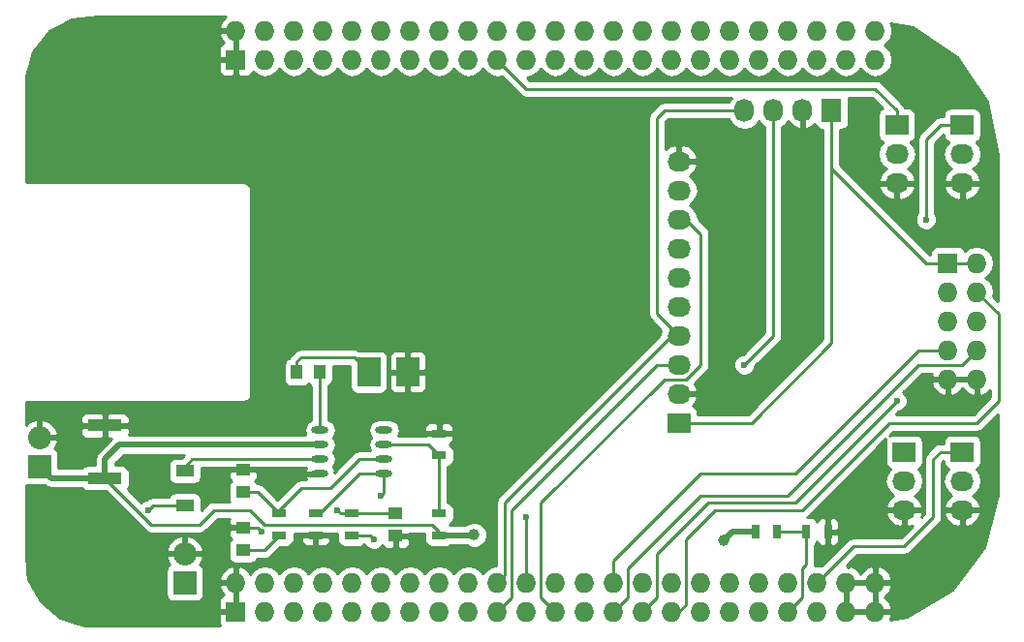
<source format=gbr>
G04 #@! TF.FileFunction,Copper,L1,Top,Signal*
%FSLAX46Y46*%
G04 Gerber Fmt 4.6, Leading zero omitted, Abs format (unit mm)*
G04 Created by KiCad (PCBNEW 4.0.3-1.fc24-product) date Mon Dec 12 17:16:37 2016*
%MOMM*%
%LPD*%
G01*
G04 APERTURE LIST*
%ADD10C,0.100000*%
%ADD11R,3.000000X1.000000*%
%ADD12R,1.250000X1.000000*%
%ADD13R,1.000000X1.250000*%
%ADD14R,2.000000X2.500000*%
%ADD15R,1.600000X1.000000*%
%ADD16R,2.032000X2.032000*%
%ADD17O,2.032000X2.032000*%
%ADD18R,1.727200X1.727200*%
%ADD19O,1.727200X1.727200*%
%ADD20R,1.727200X2.032000*%
%ADD21O,1.727200X2.032000*%
%ADD22R,2.032000X1.727200*%
%ADD23O,2.032000X1.727200*%
%ADD24R,1.300000X0.700000*%
%ADD25O,1.473200X0.609600*%
%ADD26R,0.700000X1.300000*%
%ADD27C,0.600000*%
%ADD28C,1.000000*%
%ADD29C,0.250000*%
%ADD30C,0.500000*%
%ADD31C,0.254000*%
G04 APERTURE END LIST*
D10*
D11*
X33020000Y-66435000D03*
X33020000Y-61835000D03*
D12*
X45085000Y-72755000D03*
X45085000Y-70755000D03*
D13*
X49800000Y-57150000D03*
X51800000Y-57150000D03*
D12*
X45085000Y-67675000D03*
X45085000Y-65675000D03*
X58420000Y-69485000D03*
X58420000Y-71485000D03*
D14*
X59485000Y-57150000D03*
X56085000Y-57150000D03*
D15*
X40005000Y-68810000D03*
X40005000Y-65810000D03*
D16*
X27305000Y-65405000D03*
D17*
X27305000Y-62865000D03*
D16*
X40005000Y-75565000D03*
D17*
X40005000Y-73025000D03*
D18*
X44450000Y-78105000D03*
D19*
X44450000Y-75565000D03*
X46990000Y-78105000D03*
X46990000Y-75565000D03*
X49530000Y-78105000D03*
X49530000Y-75565000D03*
X52070000Y-78105000D03*
X52070000Y-75565000D03*
X54610000Y-78105000D03*
X54610000Y-75565000D03*
X57150000Y-78105000D03*
X57150000Y-75565000D03*
X59690000Y-78105000D03*
X59690000Y-75565000D03*
X62230000Y-78105000D03*
X62230000Y-75565000D03*
X64770000Y-78105000D03*
X64770000Y-75565000D03*
X67310000Y-78105000D03*
X67310000Y-75565000D03*
X69850000Y-78105000D03*
X69850000Y-75565000D03*
X72390000Y-78105000D03*
X72390000Y-75565000D03*
X74930000Y-78105000D03*
X74930000Y-75565000D03*
X77470000Y-78105000D03*
X77470000Y-75565000D03*
X80010000Y-78105000D03*
X80010000Y-75565000D03*
X82550000Y-78105000D03*
X82550000Y-75565000D03*
X85090000Y-78105000D03*
X85090000Y-75565000D03*
X87630000Y-78105000D03*
X87630000Y-75565000D03*
X90170000Y-78105000D03*
X90170000Y-75565000D03*
X92710000Y-78105000D03*
X92710000Y-75565000D03*
X95250000Y-78105000D03*
X95250000Y-75565000D03*
X97790000Y-78105000D03*
X97790000Y-75565000D03*
X100330000Y-78105000D03*
X100330000Y-75565000D03*
D18*
X44450000Y-29845000D03*
D19*
X44450000Y-27305000D03*
X46990000Y-29845000D03*
X46990000Y-27305000D03*
X49530000Y-29845000D03*
X49530000Y-27305000D03*
X52070000Y-29845000D03*
X52070000Y-27305000D03*
X54610000Y-29845000D03*
X54610000Y-27305000D03*
X57150000Y-29845000D03*
X57150000Y-27305000D03*
X59690000Y-29845000D03*
X59690000Y-27305000D03*
X62230000Y-29845000D03*
X62230000Y-27305000D03*
X64770000Y-29845000D03*
X64770000Y-27305000D03*
X67310000Y-29845000D03*
X67310000Y-27305000D03*
X69850000Y-29845000D03*
X69850000Y-27305000D03*
X72390000Y-29845000D03*
X72390000Y-27305000D03*
X74930000Y-29845000D03*
X74930000Y-27305000D03*
X77470000Y-29845000D03*
X77470000Y-27305000D03*
X80010000Y-29845000D03*
X80010000Y-27305000D03*
X82550000Y-29845000D03*
X82550000Y-27305000D03*
X85090000Y-29845000D03*
X85090000Y-27305000D03*
X87630000Y-29845000D03*
X87630000Y-27305000D03*
X90170000Y-29845000D03*
X90170000Y-27305000D03*
X92710000Y-29845000D03*
X92710000Y-27305000D03*
X95250000Y-29845000D03*
X95250000Y-27305000D03*
X97790000Y-29845000D03*
X97790000Y-27305000D03*
X100330000Y-29845000D03*
X100330000Y-27305000D03*
D18*
X106680000Y-47625000D03*
D19*
X109220000Y-47625000D03*
X106680000Y-50165000D03*
X109220000Y-50165000D03*
X106680000Y-52705000D03*
X109220000Y-52705000D03*
X106680000Y-55245000D03*
X109220000Y-55245000D03*
X106680000Y-57785000D03*
X109220000Y-57785000D03*
D20*
X96520000Y-34290000D03*
D21*
X93980000Y-34290000D03*
X91440000Y-34290000D03*
X88900000Y-34290000D03*
D22*
X107950000Y-35560000D03*
D23*
X107950000Y-38100000D03*
X107950000Y-40640000D03*
D22*
X102235000Y-35560000D03*
D23*
X102235000Y-38100000D03*
X102235000Y-40640000D03*
D22*
X102870000Y-64135000D03*
D23*
X102870000Y-66675000D03*
X102870000Y-69215000D03*
D22*
X107950000Y-64135000D03*
D23*
X107950000Y-66675000D03*
X107950000Y-69215000D03*
D24*
X62230000Y-71435000D03*
X62230000Y-69535000D03*
X62230000Y-64450000D03*
X62230000Y-62550000D03*
X48260000Y-69535000D03*
X48260000Y-71435000D03*
X51435000Y-69535000D03*
X51435000Y-71435000D03*
X54610000Y-69535000D03*
X54610000Y-71435000D03*
D25*
X51816000Y-62230000D03*
X51816000Y-63500000D03*
X51816000Y-64770000D03*
X51816000Y-66040000D03*
X57404000Y-66040000D03*
X57404000Y-64770000D03*
X57404000Y-63500000D03*
X57404000Y-62230000D03*
D26*
X89855000Y-71120000D03*
X91755000Y-71120000D03*
X94300000Y-71120000D03*
X96200000Y-71120000D03*
D22*
X83185000Y-61595000D03*
D23*
X83185000Y-59055000D03*
X83185000Y-56515000D03*
X83185000Y-53975000D03*
X83185000Y-51435000D03*
X83185000Y-48895000D03*
X83185000Y-46355000D03*
X83185000Y-43815000D03*
X83185000Y-41275000D03*
X83185000Y-38735000D03*
D27*
X48768000Y-66040000D03*
X46736000Y-71120000D03*
X53340000Y-69215000D03*
X36830000Y-69215000D03*
X88900000Y-56515000D03*
X69850000Y-69850000D03*
X104775000Y-43815000D03*
X102235000Y-59690000D03*
X57150000Y-67945000D03*
X56515000Y-71755000D03*
D28*
X87122000Y-71882000D03*
X65278000Y-71374000D03*
D29*
X51816000Y-66040000D02*
X48768000Y-66040000D01*
X48403000Y-65675000D02*
X48768000Y-66040000D01*
X48403000Y-65675000D02*
X45085000Y-65675000D01*
X45085000Y-70755000D02*
X46371000Y-70755000D01*
X46371000Y-70755000D02*
X46736000Y-71120000D01*
X45085000Y-72755000D02*
X46940000Y-72755000D01*
X46940000Y-72755000D02*
X48260000Y-71435000D01*
X49800000Y-57150000D02*
X49800000Y-56245000D01*
X54815000Y-55880000D02*
X56085000Y-57150000D01*
X50165000Y-55880000D02*
X54815000Y-55880000D01*
X49800000Y-56245000D02*
X50165000Y-55880000D01*
X51816000Y-62230000D02*
X51816000Y-57166000D01*
X51816000Y-57166000D02*
X51800000Y-57150000D01*
X57404000Y-64770000D02*
X55245000Y-64770000D01*
X50165000Y-67310000D02*
X49530000Y-67945000D01*
X52705000Y-67310000D02*
X50165000Y-67310000D01*
X55245000Y-64770000D02*
X52705000Y-67310000D01*
X48260000Y-69535000D02*
X48260000Y-69215000D01*
X48260000Y-69215000D02*
X49530000Y-67945000D01*
X45085000Y-67675000D02*
X46400000Y-67675000D01*
X46400000Y-67675000D02*
X48260000Y-69535000D01*
X54610000Y-69535000D02*
X53660000Y-69535000D01*
X53660000Y-69535000D02*
X53340000Y-69215000D01*
X58420000Y-69485000D02*
X54660000Y-69485000D01*
X54660000Y-69485000D02*
X54610000Y-69535000D01*
X36830000Y-69215000D02*
X37235000Y-68810000D01*
X37235000Y-68810000D02*
X40005000Y-68810000D01*
X40005000Y-65810000D02*
X40005000Y-65405000D01*
X40005000Y-65405000D02*
X40640000Y-64770000D01*
X40640000Y-64770000D02*
X51816000Y-64770000D01*
X109220000Y-47625000D02*
X106680000Y-47625000D01*
X106680000Y-47625000D02*
X104775000Y-47625000D01*
X96520000Y-39370000D02*
X96520000Y-34290000D01*
X104775000Y-47625000D02*
X96520000Y-39370000D01*
X96520000Y-34290000D02*
X96520000Y-54610000D01*
X89535000Y-61595000D02*
X83185000Y-61595000D01*
X96520000Y-54610000D02*
X89535000Y-61595000D01*
X91440000Y-34290000D02*
X91440000Y-53975000D01*
X91440000Y-53975000D02*
X88900000Y-56515000D01*
X83185000Y-56515000D02*
X81280000Y-56515000D01*
X68580000Y-76835000D02*
X67310000Y-78105000D01*
X68580000Y-69215000D02*
X68580000Y-76835000D01*
X81280000Y-56515000D02*
X68580000Y-69215000D01*
X88900000Y-34290000D02*
X81915000Y-34290000D01*
X81280000Y-52070000D02*
X83185000Y-53975000D01*
X81280000Y-34925000D02*
X81280000Y-52070000D01*
X81915000Y-34290000D02*
X81280000Y-34925000D01*
X67945000Y-72390000D02*
X67945000Y-74930000D01*
X67945000Y-74930000D02*
X67310000Y-75565000D01*
X67945000Y-68580000D02*
X82550000Y-53975000D01*
X67945000Y-72390000D02*
X67945000Y-68580000D01*
X82550000Y-53975000D02*
X83185000Y-53975000D01*
X107950000Y-35560000D02*
X106045000Y-35560000D01*
X69850000Y-69850000D02*
X69850000Y-75565000D01*
X104775000Y-36830000D02*
X104775000Y-43815000D01*
X106045000Y-35560000D02*
X104775000Y-36830000D01*
X71120000Y-73660000D02*
X71120000Y-68580000D01*
X85090000Y-45085000D02*
X85090000Y-56515000D01*
X85090000Y-56515000D02*
X83820000Y-57785000D01*
X83820000Y-57785000D02*
X81915000Y-57785000D01*
X81915000Y-57785000D02*
X71120000Y-68580000D01*
X83820000Y-43815000D02*
X85090000Y-45085000D01*
X71120000Y-76835000D02*
X72390000Y-78105000D01*
X71120000Y-73660000D02*
X71120000Y-76835000D01*
X83185000Y-43815000D02*
X83820000Y-43815000D01*
X78740000Y-74295000D02*
X85090000Y-67945000D01*
X85090000Y-67945000D02*
X86360000Y-67945000D01*
X109220000Y-55245000D02*
X107950000Y-56515000D01*
X92710000Y-67945000D02*
X86360000Y-67945000D01*
X104140000Y-56515000D02*
X92710000Y-67945000D01*
X106045000Y-56515000D02*
X104140000Y-56515000D01*
X107950000Y-56515000D02*
X106045000Y-56515000D01*
X78740000Y-76835000D02*
X77470000Y-78105000D01*
X78740000Y-74295000D02*
X78740000Y-76835000D01*
X77470000Y-75565000D02*
X77470000Y-73660000D01*
X85090000Y-66040000D02*
X87630000Y-66040000D01*
X77470000Y-73660000D02*
X85090000Y-66040000D01*
X106680000Y-55245000D02*
X104140000Y-55245000D01*
X93345000Y-66040000D02*
X87630000Y-66040000D01*
X104140000Y-55245000D02*
X93345000Y-66040000D01*
X102235000Y-59690000D02*
X93345000Y-68580000D01*
X81280000Y-73660000D02*
X81280000Y-73025000D01*
X85725000Y-68580000D02*
X93345000Y-68580000D01*
X81280000Y-73025000D02*
X85725000Y-68580000D01*
X80010000Y-78105000D02*
X81280000Y-76835000D01*
X81280000Y-76835000D02*
X81280000Y-73660000D01*
X97790000Y-65405000D02*
X101600000Y-61595000D01*
X83820000Y-77470000D02*
X83820000Y-73660000D01*
X83185000Y-78105000D02*
X83820000Y-77470000D01*
X83820000Y-71755000D02*
X86360000Y-69215000D01*
X86360000Y-69215000D02*
X93980000Y-69215000D01*
X83820000Y-73660000D02*
X83820000Y-71755000D01*
X93980000Y-69215000D02*
X97790000Y-65405000D01*
X111125000Y-52070000D02*
X109220000Y-50165000D01*
X111125000Y-59690000D02*
X111125000Y-52070000D01*
X109220000Y-61595000D02*
X111125000Y-59690000D01*
X101600000Y-61595000D02*
X109220000Y-61595000D01*
X82550000Y-78105000D02*
X83185000Y-78105000D01*
X94300000Y-71120000D02*
X94300000Y-73975000D01*
X93980000Y-76835000D02*
X92710000Y-78105000D01*
X93980000Y-74295000D02*
X93980000Y-76835000D01*
X94300000Y-73975000D02*
X93980000Y-74295000D01*
X94300000Y-71120000D02*
X93345000Y-71120000D01*
X93345000Y-71120000D02*
X91755000Y-71120000D01*
X107950000Y-64135000D02*
X106045000Y-64135000D01*
X98425000Y-72390000D02*
X95250000Y-75565000D01*
X102870000Y-72390000D02*
X98425000Y-72390000D01*
X105410000Y-69850000D02*
X102870000Y-72390000D01*
X105410000Y-64770000D02*
X105410000Y-69850000D01*
X106045000Y-64135000D02*
X105410000Y-64770000D01*
X102235000Y-35560000D02*
X102235000Y-34290000D01*
X69850000Y-32385000D02*
X67310000Y-29845000D01*
X100330000Y-32385000D02*
X69850000Y-32385000D01*
X102235000Y-34290000D02*
X100330000Y-32385000D01*
X83185000Y-48895000D02*
X83820000Y-48895000D01*
X57404000Y-63500000D02*
X61280000Y-63500000D01*
X61280000Y-63500000D02*
X62230000Y-64450000D01*
X62230000Y-64450000D02*
X62230000Y-69535000D01*
X54610000Y-71435000D02*
X56195000Y-71435000D01*
X57404000Y-67691000D02*
X57404000Y-66040000D01*
X57150000Y-67945000D02*
X57404000Y-67691000D01*
X56195000Y-71435000D02*
X56515000Y-71755000D01*
X57404000Y-66040000D02*
X55245000Y-66040000D01*
X55245000Y-66040000D02*
X51750000Y-69535000D01*
X51750000Y-69535000D02*
X51435000Y-69535000D01*
D30*
X62230000Y-71435000D02*
X65217000Y-71435000D01*
X87884000Y-71120000D02*
X89855000Y-71120000D01*
X87122000Y-71882000D02*
X87884000Y-71120000D01*
X65217000Y-71435000D02*
X65278000Y-71374000D01*
X33020000Y-66435000D02*
X28335000Y-66435000D01*
X28335000Y-66435000D02*
X27305000Y-65405000D01*
X33020000Y-66435000D02*
X33020000Y-64770000D01*
X34290000Y-63500000D02*
X51816000Y-63500000D01*
X33020000Y-64770000D02*
X34290000Y-63500000D01*
D29*
X62230000Y-71435000D02*
X62230000Y-71120000D01*
X62230000Y-71120000D02*
X61595000Y-70485000D01*
X61595000Y-70485000D02*
X46990000Y-70485000D01*
X46990000Y-70485000D02*
X45720000Y-69215000D01*
X45720000Y-69215000D02*
X42545000Y-69215000D01*
X42545000Y-69215000D02*
X41275000Y-70485000D01*
X41275000Y-70485000D02*
X37070000Y-70485000D01*
X37070000Y-70485000D02*
X33020000Y-66435000D01*
D31*
G36*
X43243179Y-26416510D02*
X42995032Y-26945973D01*
X43115531Y-27178000D01*
X44323000Y-27178000D01*
X44323000Y-27158000D01*
X44577000Y-27158000D01*
X44577000Y-27178000D01*
X44597000Y-27178000D01*
X44597000Y-27432000D01*
X44577000Y-27432000D01*
X44577000Y-29718000D01*
X44597000Y-29718000D01*
X44597000Y-29972000D01*
X44577000Y-29972000D01*
X44577000Y-31184850D01*
X44735750Y-31343600D01*
X45439910Y-31343600D01*
X45673299Y-31246927D01*
X45851927Y-31068298D01*
X45916263Y-30912977D01*
X45930330Y-30934029D01*
X46416511Y-31258885D01*
X46990000Y-31372959D01*
X47563489Y-31258885D01*
X48049670Y-30934029D01*
X48260000Y-30619248D01*
X48470330Y-30934029D01*
X48956511Y-31258885D01*
X49530000Y-31372959D01*
X50103489Y-31258885D01*
X50589670Y-30934029D01*
X50800000Y-30619248D01*
X51010330Y-30934029D01*
X51496511Y-31258885D01*
X52070000Y-31372959D01*
X52643489Y-31258885D01*
X53129670Y-30934029D01*
X53340000Y-30619248D01*
X53550330Y-30934029D01*
X54036511Y-31258885D01*
X54610000Y-31372959D01*
X55183489Y-31258885D01*
X55669670Y-30934029D01*
X55880000Y-30619248D01*
X56090330Y-30934029D01*
X56576511Y-31258885D01*
X57150000Y-31372959D01*
X57723489Y-31258885D01*
X58209670Y-30934029D01*
X58420000Y-30619248D01*
X58630330Y-30934029D01*
X59116511Y-31258885D01*
X59690000Y-31372959D01*
X60263489Y-31258885D01*
X60749670Y-30934029D01*
X60960000Y-30619248D01*
X61170330Y-30934029D01*
X61656511Y-31258885D01*
X62230000Y-31372959D01*
X62803489Y-31258885D01*
X63289670Y-30934029D01*
X63500000Y-30619248D01*
X63710330Y-30934029D01*
X64196511Y-31258885D01*
X64770000Y-31372959D01*
X65343489Y-31258885D01*
X65829670Y-30934029D01*
X66040000Y-30619248D01*
X66250330Y-30934029D01*
X66736511Y-31258885D01*
X67310000Y-31372959D01*
X67687973Y-31297775D01*
X69312599Y-32922401D01*
X69559160Y-33087148D01*
X69607414Y-33096746D01*
X69850000Y-33145000D01*
X87773903Y-33145000D01*
X87516654Y-33530000D01*
X81915000Y-33530000D01*
X81624161Y-33587852D01*
X81377599Y-33752599D01*
X80742599Y-34387599D01*
X80577852Y-34634161D01*
X80520000Y-34925000D01*
X80520000Y-52070000D01*
X80577852Y-52360839D01*
X80742599Y-52607401D01*
X81602619Y-53467421D01*
X81508224Y-53941974D01*
X67407599Y-68042599D01*
X67242852Y-68289161D01*
X67185000Y-68580000D01*
X67185000Y-74061905D01*
X66736511Y-74151115D01*
X66250330Y-74475971D01*
X66040000Y-74790752D01*
X65829670Y-74475971D01*
X65343489Y-74151115D01*
X64770000Y-74037041D01*
X64196511Y-74151115D01*
X63710330Y-74475971D01*
X63500000Y-74790752D01*
X63289670Y-74475971D01*
X62803489Y-74151115D01*
X62230000Y-74037041D01*
X61656511Y-74151115D01*
X61170330Y-74475971D01*
X60960000Y-74790752D01*
X60749670Y-74475971D01*
X60263489Y-74151115D01*
X59690000Y-74037041D01*
X59116511Y-74151115D01*
X58630330Y-74475971D01*
X58420000Y-74790752D01*
X58209670Y-74475971D01*
X57723489Y-74151115D01*
X57150000Y-74037041D01*
X56576511Y-74151115D01*
X56090330Y-74475971D01*
X55880000Y-74790752D01*
X55669670Y-74475971D01*
X55183489Y-74151115D01*
X54610000Y-74037041D01*
X54036511Y-74151115D01*
X53550330Y-74475971D01*
X53340000Y-74790752D01*
X53129670Y-74475971D01*
X52643489Y-74151115D01*
X52070000Y-74037041D01*
X51496511Y-74151115D01*
X51010330Y-74475971D01*
X50800000Y-74790752D01*
X50589670Y-74475971D01*
X50103489Y-74151115D01*
X49530000Y-74037041D01*
X48956511Y-74151115D01*
X48470330Y-74475971D01*
X48260000Y-74790752D01*
X48049670Y-74475971D01*
X47563489Y-74151115D01*
X46990000Y-74037041D01*
X46416511Y-74151115D01*
X45930330Y-74475971D01*
X45714336Y-74799228D01*
X45656821Y-74676510D01*
X45224947Y-74282312D01*
X44809026Y-74110042D01*
X44577000Y-74231183D01*
X44577000Y-75438000D01*
X44597000Y-75438000D01*
X44597000Y-75692000D01*
X44577000Y-75692000D01*
X44577000Y-77978000D01*
X44597000Y-77978000D01*
X44597000Y-78232000D01*
X44577000Y-78232000D01*
X44577000Y-78252000D01*
X44323000Y-78252000D01*
X44323000Y-78232000D01*
X43110150Y-78232000D01*
X42951400Y-78390750D01*
X42951400Y-79094909D01*
X43036352Y-79300000D01*
X31220861Y-79300000D01*
X29075500Y-78645710D01*
X27371133Y-77242707D01*
X26333412Y-75294271D01*
X26261134Y-74549000D01*
X38341560Y-74549000D01*
X38341560Y-76581000D01*
X38385838Y-76816317D01*
X38524910Y-77032441D01*
X38737110Y-77177431D01*
X38989000Y-77228440D01*
X41021000Y-77228440D01*
X41256317Y-77184162D01*
X41363656Y-77115091D01*
X42951400Y-77115091D01*
X42951400Y-77819250D01*
X43110150Y-77978000D01*
X44323000Y-77978000D01*
X44323000Y-75692000D01*
X43115531Y-75692000D01*
X42995032Y-75924027D01*
X43243179Y-76453490D01*
X43426119Y-76620471D01*
X43226701Y-76703073D01*
X43048073Y-76881702D01*
X42951400Y-77115091D01*
X41363656Y-77115091D01*
X41472441Y-77045090D01*
X41617431Y-76832890D01*
X41668440Y-76581000D01*
X41668440Y-75205973D01*
X42995032Y-75205973D01*
X43115531Y-75438000D01*
X44323000Y-75438000D01*
X44323000Y-74231183D01*
X44090974Y-74110042D01*
X43675053Y-74282312D01*
X43243179Y-74676510D01*
X42995032Y-75205973D01*
X41668440Y-75205973D01*
X41668440Y-74549000D01*
X41624162Y-74313683D01*
X41485090Y-74097559D01*
X41322052Y-73986160D01*
X41411385Y-73889818D01*
X41610975Y-73407944D01*
X41491836Y-73152000D01*
X40132000Y-73152000D01*
X40132000Y-73172000D01*
X39878000Y-73172000D01*
X39878000Y-73152000D01*
X38518164Y-73152000D01*
X38399025Y-73407944D01*
X38598615Y-73889818D01*
X38689097Y-73987398D01*
X38537559Y-74084910D01*
X38392569Y-74297110D01*
X38341560Y-74549000D01*
X26261134Y-74549000D01*
X26110000Y-72990654D01*
X26110000Y-72642056D01*
X38399025Y-72642056D01*
X38518164Y-72898000D01*
X39878000Y-72898000D01*
X39878000Y-71537633D01*
X40132000Y-71537633D01*
X40132000Y-72898000D01*
X41491836Y-72898000D01*
X41610975Y-72642056D01*
X41411385Y-72160182D01*
X40973379Y-71687812D01*
X40387946Y-71419017D01*
X40132000Y-71537633D01*
X39878000Y-71537633D01*
X39622054Y-71419017D01*
X39036621Y-71687812D01*
X38598615Y-72160182D01*
X38399025Y-72642056D01*
X26110000Y-72642056D01*
X26110000Y-67032192D01*
X26289000Y-67068440D01*
X27720659Y-67068440D01*
X27996325Y-67252633D01*
X28015409Y-67256429D01*
X28335000Y-67320001D01*
X28335005Y-67320000D01*
X31013156Y-67320000D01*
X31055910Y-67386441D01*
X31268110Y-67531431D01*
X31520000Y-67582440D01*
X33092638Y-67582440D01*
X36532599Y-71022401D01*
X36779161Y-71187148D01*
X37070000Y-71245000D01*
X41275000Y-71245000D01*
X41565839Y-71187148D01*
X41812401Y-71022401D01*
X42859802Y-69975000D01*
X43888661Y-69975000D01*
X43825000Y-70128691D01*
X43825000Y-70469250D01*
X43983750Y-70628000D01*
X44958000Y-70628000D01*
X44958000Y-70608000D01*
X45212000Y-70608000D01*
X45212000Y-70628000D01*
X45232000Y-70628000D01*
X45232000Y-70882000D01*
X45212000Y-70882000D01*
X45212000Y-70902000D01*
X44958000Y-70902000D01*
X44958000Y-70882000D01*
X43983750Y-70882000D01*
X43825000Y-71040750D01*
X43825000Y-71381309D01*
X43921673Y-71614698D01*
X44062910Y-71755936D01*
X44008559Y-71790910D01*
X43863569Y-72003110D01*
X43812560Y-72255000D01*
X43812560Y-73255000D01*
X43856838Y-73490317D01*
X43995910Y-73706441D01*
X44208110Y-73851431D01*
X44460000Y-73902440D01*
X45710000Y-73902440D01*
X45945317Y-73858162D01*
X46161441Y-73719090D01*
X46300890Y-73515000D01*
X46940000Y-73515000D01*
X47230839Y-73457148D01*
X47477401Y-73292401D01*
X48337362Y-72432440D01*
X48910000Y-72432440D01*
X49145317Y-72388162D01*
X49361441Y-72249090D01*
X49506431Y-72036890D01*
X49557440Y-71785000D01*
X49557440Y-71720750D01*
X50150000Y-71720750D01*
X50150000Y-71911309D01*
X50246673Y-72144698D01*
X50425301Y-72323327D01*
X50658690Y-72420000D01*
X51149250Y-72420000D01*
X51308000Y-72261250D01*
X51308000Y-71562000D01*
X51562000Y-71562000D01*
X51562000Y-72261250D01*
X51720750Y-72420000D01*
X52211310Y-72420000D01*
X52444699Y-72323327D01*
X52623327Y-72144698D01*
X52720000Y-71911309D01*
X52720000Y-71720750D01*
X52561250Y-71562000D01*
X51562000Y-71562000D01*
X51308000Y-71562000D01*
X50308750Y-71562000D01*
X50150000Y-71720750D01*
X49557440Y-71720750D01*
X49557440Y-71245000D01*
X50245750Y-71245000D01*
X50308750Y-71308000D01*
X51308000Y-71308000D01*
X51308000Y-71288000D01*
X51562000Y-71288000D01*
X51562000Y-71308000D01*
X52561250Y-71308000D01*
X52624250Y-71245000D01*
X53312560Y-71245000D01*
X53312560Y-71785000D01*
X53356838Y-72020317D01*
X53495910Y-72236441D01*
X53708110Y-72381431D01*
X53960000Y-72432440D01*
X55260000Y-72432440D01*
X55495317Y-72388162D01*
X55708314Y-72251102D01*
X55721883Y-72283943D01*
X55984673Y-72547192D01*
X56328201Y-72689838D01*
X56700167Y-72690162D01*
X57043943Y-72548117D01*
X57254053Y-72338373D01*
X57256673Y-72344698D01*
X57435301Y-72523327D01*
X57668690Y-72620000D01*
X58134250Y-72620000D01*
X58293000Y-72461250D01*
X58293000Y-71612000D01*
X58547000Y-71612000D01*
X58547000Y-72461250D01*
X58705750Y-72620000D01*
X59171310Y-72620000D01*
X59404699Y-72523327D01*
X59583327Y-72344698D01*
X59680000Y-72111309D01*
X59680000Y-71770750D01*
X59521250Y-71612000D01*
X58547000Y-71612000D01*
X58293000Y-71612000D01*
X58273000Y-71612000D01*
X58273000Y-71358000D01*
X58293000Y-71358000D01*
X58293000Y-71338000D01*
X58547000Y-71338000D01*
X58547000Y-71358000D01*
X59521250Y-71358000D01*
X59634250Y-71245000D01*
X60932560Y-71245000D01*
X60932560Y-71785000D01*
X60976838Y-72020317D01*
X61115910Y-72236441D01*
X61328110Y-72381431D01*
X61580000Y-72432440D01*
X62880000Y-72432440D01*
X63115317Y-72388162D01*
X63221244Y-72320000D01*
X64618617Y-72320000D01*
X64634235Y-72335645D01*
X65051244Y-72508803D01*
X65502775Y-72509197D01*
X65920086Y-72336767D01*
X66239645Y-72017765D01*
X66412803Y-71600756D01*
X66413197Y-71149225D01*
X66240767Y-70731914D01*
X65921765Y-70412355D01*
X65504756Y-70239197D01*
X65053225Y-70238803D01*
X64635914Y-70411233D01*
X64496905Y-70550000D01*
X63221797Y-70550000D01*
X63131890Y-70488569D01*
X63118803Y-70485919D01*
X63331441Y-70349090D01*
X63476431Y-70136890D01*
X63527440Y-69885000D01*
X63527440Y-69185000D01*
X63483162Y-68949683D01*
X63344090Y-68733559D01*
X63131890Y-68588569D01*
X62990000Y-68559836D01*
X62990000Y-65426742D01*
X63115317Y-65403162D01*
X63331441Y-65264090D01*
X63476431Y-65051890D01*
X63527440Y-64800000D01*
X63527440Y-64100000D01*
X63483162Y-63864683D01*
X63344090Y-63648559D01*
X63131890Y-63503569D01*
X63098510Y-63496809D01*
X63239699Y-63438327D01*
X63418327Y-63259698D01*
X63515000Y-63026309D01*
X63515000Y-62835750D01*
X63356250Y-62677000D01*
X62357000Y-62677000D01*
X62357000Y-62697000D01*
X62103000Y-62697000D01*
X62103000Y-62677000D01*
X61103750Y-62677000D01*
X61040750Y-62740000D01*
X58630470Y-62740000D01*
X58730933Y-62589646D01*
X58802471Y-62230000D01*
X58771380Y-62073691D01*
X60945000Y-62073691D01*
X60945000Y-62264250D01*
X61103750Y-62423000D01*
X62103000Y-62423000D01*
X62103000Y-61723750D01*
X62357000Y-61723750D01*
X62357000Y-62423000D01*
X63356250Y-62423000D01*
X63515000Y-62264250D01*
X63515000Y-62073691D01*
X63418327Y-61840302D01*
X63239699Y-61661673D01*
X63006310Y-61565000D01*
X62515750Y-61565000D01*
X62357000Y-61723750D01*
X62103000Y-61723750D01*
X61944250Y-61565000D01*
X61453690Y-61565000D01*
X61220301Y-61661673D01*
X61041673Y-61840302D01*
X60945000Y-62073691D01*
X58771380Y-62073691D01*
X58730933Y-61870354D01*
X58527210Y-61565461D01*
X58222317Y-61361738D01*
X57862671Y-61290200D01*
X56945329Y-61290200D01*
X56585683Y-61361738D01*
X56280790Y-61565461D01*
X56077067Y-61870354D01*
X56005529Y-62230000D01*
X56077067Y-62589646D01*
X56261053Y-62865000D01*
X56077067Y-63140354D01*
X56005529Y-63500000D01*
X56077067Y-63859646D01*
X56177530Y-64010000D01*
X55245000Y-64010000D01*
X55002414Y-64058254D01*
X54954160Y-64067852D01*
X54707599Y-64232599D01*
X53027200Y-65912998D01*
X53018458Y-65912998D01*
X53147647Y-65768895D01*
X53002142Y-65465264D01*
X52949651Y-65418912D01*
X53142933Y-65129646D01*
X53214471Y-64770000D01*
X53142933Y-64410354D01*
X52958947Y-64135000D01*
X53142933Y-63859646D01*
X53214471Y-63500000D01*
X53142933Y-63140354D01*
X52958947Y-62865000D01*
X53142933Y-62589646D01*
X53214471Y-62230000D01*
X53142933Y-61870354D01*
X52939210Y-61565461D01*
X52634317Y-61361738D01*
X52576000Y-61350138D01*
X52576000Y-58351983D01*
X52751441Y-58239090D01*
X52896431Y-58026890D01*
X52947440Y-57775000D01*
X52947440Y-56640000D01*
X54437560Y-56640000D01*
X54437560Y-58400000D01*
X54481838Y-58635317D01*
X54620910Y-58851441D01*
X54833110Y-58996431D01*
X55085000Y-59047440D01*
X57085000Y-59047440D01*
X57320317Y-59003162D01*
X57536441Y-58864090D01*
X57681431Y-58651890D01*
X57732440Y-58400000D01*
X57732440Y-57435750D01*
X57850000Y-57435750D01*
X57850000Y-58526310D01*
X57946673Y-58759699D01*
X58125302Y-58938327D01*
X58358691Y-59035000D01*
X59199250Y-59035000D01*
X59358000Y-58876250D01*
X59358000Y-57277000D01*
X59612000Y-57277000D01*
X59612000Y-58876250D01*
X59770750Y-59035000D01*
X60611309Y-59035000D01*
X60844698Y-58938327D01*
X61023327Y-58759699D01*
X61120000Y-58526310D01*
X61120000Y-57435750D01*
X60961250Y-57277000D01*
X59612000Y-57277000D01*
X59358000Y-57277000D01*
X58008750Y-57277000D01*
X57850000Y-57435750D01*
X57732440Y-57435750D01*
X57732440Y-55900000D01*
X57708674Y-55773690D01*
X57850000Y-55773690D01*
X57850000Y-56864250D01*
X58008750Y-57023000D01*
X59358000Y-57023000D01*
X59358000Y-55423750D01*
X59612000Y-55423750D01*
X59612000Y-57023000D01*
X60961250Y-57023000D01*
X61120000Y-56864250D01*
X61120000Y-55773690D01*
X61023327Y-55540301D01*
X60844698Y-55361673D01*
X60611309Y-55265000D01*
X59770750Y-55265000D01*
X59612000Y-55423750D01*
X59358000Y-55423750D01*
X59199250Y-55265000D01*
X58358691Y-55265000D01*
X58125302Y-55361673D01*
X57946673Y-55540301D01*
X57850000Y-55773690D01*
X57708674Y-55773690D01*
X57688162Y-55664683D01*
X57549090Y-55448559D01*
X57336890Y-55303569D01*
X57085000Y-55252560D01*
X55217648Y-55252560D01*
X55105839Y-55177852D01*
X54815000Y-55120000D01*
X50165000Y-55120000D01*
X49874161Y-55177852D01*
X49627599Y-55342599D01*
X49262599Y-55707599D01*
X49127325Y-55910051D01*
X49064683Y-55921838D01*
X48848559Y-56060910D01*
X48703569Y-56273110D01*
X48652560Y-56525000D01*
X48652560Y-57775000D01*
X48696838Y-58010317D01*
X48835910Y-58226441D01*
X49048110Y-58371431D01*
X49300000Y-58422440D01*
X50300000Y-58422440D01*
X50535317Y-58378162D01*
X50751441Y-58239090D01*
X50799134Y-58169289D01*
X50835910Y-58226441D01*
X51048110Y-58371431D01*
X51056000Y-58373029D01*
X51056000Y-61350138D01*
X50997683Y-61361738D01*
X50692790Y-61565461D01*
X50489067Y-61870354D01*
X50417529Y-62230000D01*
X50489067Y-62589646D01*
X50506008Y-62615000D01*
X35091339Y-62615000D01*
X35155000Y-62461309D01*
X35155000Y-62120750D01*
X34996250Y-61962000D01*
X33147000Y-61962000D01*
X33147000Y-62811250D01*
X33305750Y-62970000D01*
X33568421Y-62970000D01*
X32394210Y-64144210D01*
X32202367Y-64431325D01*
X32192852Y-64479160D01*
X32134999Y-64770000D01*
X32135000Y-64770005D01*
X32135000Y-65287560D01*
X31520000Y-65287560D01*
X31284683Y-65331838D01*
X31068559Y-65470910D01*
X31014519Y-65550000D01*
X28968440Y-65550000D01*
X28968440Y-64389000D01*
X28924162Y-64153683D01*
X28785090Y-63937559D01*
X28622052Y-63826160D01*
X28711385Y-63729818D01*
X28910975Y-63247944D01*
X28791836Y-62992000D01*
X27432000Y-62992000D01*
X27432000Y-63012000D01*
X27178000Y-63012000D01*
X27178000Y-62992000D01*
X27158000Y-62992000D01*
X27158000Y-62738000D01*
X27178000Y-62738000D01*
X27178000Y-61377633D01*
X27432000Y-61377633D01*
X27432000Y-62738000D01*
X28791836Y-62738000D01*
X28910975Y-62482056D01*
X28761324Y-62120750D01*
X30885000Y-62120750D01*
X30885000Y-62461309D01*
X30981673Y-62694698D01*
X31160301Y-62873327D01*
X31393690Y-62970000D01*
X32734250Y-62970000D01*
X32893000Y-62811250D01*
X32893000Y-61962000D01*
X31043750Y-61962000D01*
X30885000Y-62120750D01*
X28761324Y-62120750D01*
X28711385Y-62000182D01*
X28273379Y-61527812D01*
X27687946Y-61259017D01*
X27432000Y-61377633D01*
X27178000Y-61377633D01*
X26922054Y-61259017D01*
X26336621Y-61527812D01*
X26110000Y-61772213D01*
X26110000Y-61208691D01*
X30885000Y-61208691D01*
X30885000Y-61549250D01*
X31043750Y-61708000D01*
X32893000Y-61708000D01*
X32893000Y-60858750D01*
X33147000Y-60858750D01*
X33147000Y-61708000D01*
X34996250Y-61708000D01*
X35155000Y-61549250D01*
X35155000Y-61208691D01*
X35058327Y-60975302D01*
X34879699Y-60796673D01*
X34646310Y-60700000D01*
X33305750Y-60700000D01*
X33147000Y-60858750D01*
X32893000Y-60858750D01*
X32734250Y-60700000D01*
X31393690Y-60700000D01*
X31160301Y-60796673D01*
X30981673Y-60975302D01*
X30885000Y-61208691D01*
X26110000Y-61208691D01*
X26110000Y-59765000D01*
X45085000Y-59765000D01*
X45356705Y-59710954D01*
X45587046Y-59557046D01*
X45740954Y-59326705D01*
X45795000Y-59055000D01*
X45795000Y-41275000D01*
X45740954Y-41003295D01*
X45587046Y-40772954D01*
X45356705Y-40619046D01*
X45085000Y-40565000D01*
X26110000Y-40565000D01*
X26110000Y-31220861D01*
X26442460Y-30130750D01*
X42951400Y-30130750D01*
X42951400Y-30834909D01*
X43048073Y-31068298D01*
X43226701Y-31246927D01*
X43460090Y-31343600D01*
X44164250Y-31343600D01*
X44323000Y-31184850D01*
X44323000Y-29972000D01*
X43110150Y-29972000D01*
X42951400Y-30130750D01*
X26442460Y-30130750D01*
X26764290Y-29075500D01*
X26945726Y-28855091D01*
X42951400Y-28855091D01*
X42951400Y-29559250D01*
X43110150Y-29718000D01*
X44323000Y-29718000D01*
X44323000Y-27432000D01*
X43115531Y-27432000D01*
X42995032Y-27664027D01*
X43243179Y-28193490D01*
X43426119Y-28360471D01*
X43226701Y-28443073D01*
X43048073Y-28621702D01*
X42951400Y-28855091D01*
X26945726Y-28855091D01*
X28167293Y-27371133D01*
X30115730Y-26333412D01*
X32419345Y-26110000D01*
X43578984Y-26110000D01*
X43243179Y-26416510D01*
X43243179Y-26416510D01*
G37*
X43243179Y-26416510D02*
X42995032Y-26945973D01*
X43115531Y-27178000D01*
X44323000Y-27178000D01*
X44323000Y-27158000D01*
X44577000Y-27158000D01*
X44577000Y-27178000D01*
X44597000Y-27178000D01*
X44597000Y-27432000D01*
X44577000Y-27432000D01*
X44577000Y-29718000D01*
X44597000Y-29718000D01*
X44597000Y-29972000D01*
X44577000Y-29972000D01*
X44577000Y-31184850D01*
X44735750Y-31343600D01*
X45439910Y-31343600D01*
X45673299Y-31246927D01*
X45851927Y-31068298D01*
X45916263Y-30912977D01*
X45930330Y-30934029D01*
X46416511Y-31258885D01*
X46990000Y-31372959D01*
X47563489Y-31258885D01*
X48049670Y-30934029D01*
X48260000Y-30619248D01*
X48470330Y-30934029D01*
X48956511Y-31258885D01*
X49530000Y-31372959D01*
X50103489Y-31258885D01*
X50589670Y-30934029D01*
X50800000Y-30619248D01*
X51010330Y-30934029D01*
X51496511Y-31258885D01*
X52070000Y-31372959D01*
X52643489Y-31258885D01*
X53129670Y-30934029D01*
X53340000Y-30619248D01*
X53550330Y-30934029D01*
X54036511Y-31258885D01*
X54610000Y-31372959D01*
X55183489Y-31258885D01*
X55669670Y-30934029D01*
X55880000Y-30619248D01*
X56090330Y-30934029D01*
X56576511Y-31258885D01*
X57150000Y-31372959D01*
X57723489Y-31258885D01*
X58209670Y-30934029D01*
X58420000Y-30619248D01*
X58630330Y-30934029D01*
X59116511Y-31258885D01*
X59690000Y-31372959D01*
X60263489Y-31258885D01*
X60749670Y-30934029D01*
X60960000Y-30619248D01*
X61170330Y-30934029D01*
X61656511Y-31258885D01*
X62230000Y-31372959D01*
X62803489Y-31258885D01*
X63289670Y-30934029D01*
X63500000Y-30619248D01*
X63710330Y-30934029D01*
X64196511Y-31258885D01*
X64770000Y-31372959D01*
X65343489Y-31258885D01*
X65829670Y-30934029D01*
X66040000Y-30619248D01*
X66250330Y-30934029D01*
X66736511Y-31258885D01*
X67310000Y-31372959D01*
X67687973Y-31297775D01*
X69312599Y-32922401D01*
X69559160Y-33087148D01*
X69607414Y-33096746D01*
X69850000Y-33145000D01*
X87773903Y-33145000D01*
X87516654Y-33530000D01*
X81915000Y-33530000D01*
X81624161Y-33587852D01*
X81377599Y-33752599D01*
X80742599Y-34387599D01*
X80577852Y-34634161D01*
X80520000Y-34925000D01*
X80520000Y-52070000D01*
X80577852Y-52360839D01*
X80742599Y-52607401D01*
X81602619Y-53467421D01*
X81508224Y-53941974D01*
X67407599Y-68042599D01*
X67242852Y-68289161D01*
X67185000Y-68580000D01*
X67185000Y-74061905D01*
X66736511Y-74151115D01*
X66250330Y-74475971D01*
X66040000Y-74790752D01*
X65829670Y-74475971D01*
X65343489Y-74151115D01*
X64770000Y-74037041D01*
X64196511Y-74151115D01*
X63710330Y-74475971D01*
X63500000Y-74790752D01*
X63289670Y-74475971D01*
X62803489Y-74151115D01*
X62230000Y-74037041D01*
X61656511Y-74151115D01*
X61170330Y-74475971D01*
X60960000Y-74790752D01*
X60749670Y-74475971D01*
X60263489Y-74151115D01*
X59690000Y-74037041D01*
X59116511Y-74151115D01*
X58630330Y-74475971D01*
X58420000Y-74790752D01*
X58209670Y-74475971D01*
X57723489Y-74151115D01*
X57150000Y-74037041D01*
X56576511Y-74151115D01*
X56090330Y-74475971D01*
X55880000Y-74790752D01*
X55669670Y-74475971D01*
X55183489Y-74151115D01*
X54610000Y-74037041D01*
X54036511Y-74151115D01*
X53550330Y-74475971D01*
X53340000Y-74790752D01*
X53129670Y-74475971D01*
X52643489Y-74151115D01*
X52070000Y-74037041D01*
X51496511Y-74151115D01*
X51010330Y-74475971D01*
X50800000Y-74790752D01*
X50589670Y-74475971D01*
X50103489Y-74151115D01*
X49530000Y-74037041D01*
X48956511Y-74151115D01*
X48470330Y-74475971D01*
X48260000Y-74790752D01*
X48049670Y-74475971D01*
X47563489Y-74151115D01*
X46990000Y-74037041D01*
X46416511Y-74151115D01*
X45930330Y-74475971D01*
X45714336Y-74799228D01*
X45656821Y-74676510D01*
X45224947Y-74282312D01*
X44809026Y-74110042D01*
X44577000Y-74231183D01*
X44577000Y-75438000D01*
X44597000Y-75438000D01*
X44597000Y-75692000D01*
X44577000Y-75692000D01*
X44577000Y-77978000D01*
X44597000Y-77978000D01*
X44597000Y-78232000D01*
X44577000Y-78232000D01*
X44577000Y-78252000D01*
X44323000Y-78252000D01*
X44323000Y-78232000D01*
X43110150Y-78232000D01*
X42951400Y-78390750D01*
X42951400Y-79094909D01*
X43036352Y-79300000D01*
X31220861Y-79300000D01*
X29075500Y-78645710D01*
X27371133Y-77242707D01*
X26333412Y-75294271D01*
X26261134Y-74549000D01*
X38341560Y-74549000D01*
X38341560Y-76581000D01*
X38385838Y-76816317D01*
X38524910Y-77032441D01*
X38737110Y-77177431D01*
X38989000Y-77228440D01*
X41021000Y-77228440D01*
X41256317Y-77184162D01*
X41363656Y-77115091D01*
X42951400Y-77115091D01*
X42951400Y-77819250D01*
X43110150Y-77978000D01*
X44323000Y-77978000D01*
X44323000Y-75692000D01*
X43115531Y-75692000D01*
X42995032Y-75924027D01*
X43243179Y-76453490D01*
X43426119Y-76620471D01*
X43226701Y-76703073D01*
X43048073Y-76881702D01*
X42951400Y-77115091D01*
X41363656Y-77115091D01*
X41472441Y-77045090D01*
X41617431Y-76832890D01*
X41668440Y-76581000D01*
X41668440Y-75205973D01*
X42995032Y-75205973D01*
X43115531Y-75438000D01*
X44323000Y-75438000D01*
X44323000Y-74231183D01*
X44090974Y-74110042D01*
X43675053Y-74282312D01*
X43243179Y-74676510D01*
X42995032Y-75205973D01*
X41668440Y-75205973D01*
X41668440Y-74549000D01*
X41624162Y-74313683D01*
X41485090Y-74097559D01*
X41322052Y-73986160D01*
X41411385Y-73889818D01*
X41610975Y-73407944D01*
X41491836Y-73152000D01*
X40132000Y-73152000D01*
X40132000Y-73172000D01*
X39878000Y-73172000D01*
X39878000Y-73152000D01*
X38518164Y-73152000D01*
X38399025Y-73407944D01*
X38598615Y-73889818D01*
X38689097Y-73987398D01*
X38537559Y-74084910D01*
X38392569Y-74297110D01*
X38341560Y-74549000D01*
X26261134Y-74549000D01*
X26110000Y-72990654D01*
X26110000Y-72642056D01*
X38399025Y-72642056D01*
X38518164Y-72898000D01*
X39878000Y-72898000D01*
X39878000Y-71537633D01*
X40132000Y-71537633D01*
X40132000Y-72898000D01*
X41491836Y-72898000D01*
X41610975Y-72642056D01*
X41411385Y-72160182D01*
X40973379Y-71687812D01*
X40387946Y-71419017D01*
X40132000Y-71537633D01*
X39878000Y-71537633D01*
X39622054Y-71419017D01*
X39036621Y-71687812D01*
X38598615Y-72160182D01*
X38399025Y-72642056D01*
X26110000Y-72642056D01*
X26110000Y-67032192D01*
X26289000Y-67068440D01*
X27720659Y-67068440D01*
X27996325Y-67252633D01*
X28015409Y-67256429D01*
X28335000Y-67320001D01*
X28335005Y-67320000D01*
X31013156Y-67320000D01*
X31055910Y-67386441D01*
X31268110Y-67531431D01*
X31520000Y-67582440D01*
X33092638Y-67582440D01*
X36532599Y-71022401D01*
X36779161Y-71187148D01*
X37070000Y-71245000D01*
X41275000Y-71245000D01*
X41565839Y-71187148D01*
X41812401Y-71022401D01*
X42859802Y-69975000D01*
X43888661Y-69975000D01*
X43825000Y-70128691D01*
X43825000Y-70469250D01*
X43983750Y-70628000D01*
X44958000Y-70628000D01*
X44958000Y-70608000D01*
X45212000Y-70608000D01*
X45212000Y-70628000D01*
X45232000Y-70628000D01*
X45232000Y-70882000D01*
X45212000Y-70882000D01*
X45212000Y-70902000D01*
X44958000Y-70902000D01*
X44958000Y-70882000D01*
X43983750Y-70882000D01*
X43825000Y-71040750D01*
X43825000Y-71381309D01*
X43921673Y-71614698D01*
X44062910Y-71755936D01*
X44008559Y-71790910D01*
X43863569Y-72003110D01*
X43812560Y-72255000D01*
X43812560Y-73255000D01*
X43856838Y-73490317D01*
X43995910Y-73706441D01*
X44208110Y-73851431D01*
X44460000Y-73902440D01*
X45710000Y-73902440D01*
X45945317Y-73858162D01*
X46161441Y-73719090D01*
X46300890Y-73515000D01*
X46940000Y-73515000D01*
X47230839Y-73457148D01*
X47477401Y-73292401D01*
X48337362Y-72432440D01*
X48910000Y-72432440D01*
X49145317Y-72388162D01*
X49361441Y-72249090D01*
X49506431Y-72036890D01*
X49557440Y-71785000D01*
X49557440Y-71720750D01*
X50150000Y-71720750D01*
X50150000Y-71911309D01*
X50246673Y-72144698D01*
X50425301Y-72323327D01*
X50658690Y-72420000D01*
X51149250Y-72420000D01*
X51308000Y-72261250D01*
X51308000Y-71562000D01*
X51562000Y-71562000D01*
X51562000Y-72261250D01*
X51720750Y-72420000D01*
X52211310Y-72420000D01*
X52444699Y-72323327D01*
X52623327Y-72144698D01*
X52720000Y-71911309D01*
X52720000Y-71720750D01*
X52561250Y-71562000D01*
X51562000Y-71562000D01*
X51308000Y-71562000D01*
X50308750Y-71562000D01*
X50150000Y-71720750D01*
X49557440Y-71720750D01*
X49557440Y-71245000D01*
X50245750Y-71245000D01*
X50308750Y-71308000D01*
X51308000Y-71308000D01*
X51308000Y-71288000D01*
X51562000Y-71288000D01*
X51562000Y-71308000D01*
X52561250Y-71308000D01*
X52624250Y-71245000D01*
X53312560Y-71245000D01*
X53312560Y-71785000D01*
X53356838Y-72020317D01*
X53495910Y-72236441D01*
X53708110Y-72381431D01*
X53960000Y-72432440D01*
X55260000Y-72432440D01*
X55495317Y-72388162D01*
X55708314Y-72251102D01*
X55721883Y-72283943D01*
X55984673Y-72547192D01*
X56328201Y-72689838D01*
X56700167Y-72690162D01*
X57043943Y-72548117D01*
X57254053Y-72338373D01*
X57256673Y-72344698D01*
X57435301Y-72523327D01*
X57668690Y-72620000D01*
X58134250Y-72620000D01*
X58293000Y-72461250D01*
X58293000Y-71612000D01*
X58547000Y-71612000D01*
X58547000Y-72461250D01*
X58705750Y-72620000D01*
X59171310Y-72620000D01*
X59404699Y-72523327D01*
X59583327Y-72344698D01*
X59680000Y-72111309D01*
X59680000Y-71770750D01*
X59521250Y-71612000D01*
X58547000Y-71612000D01*
X58293000Y-71612000D01*
X58273000Y-71612000D01*
X58273000Y-71358000D01*
X58293000Y-71358000D01*
X58293000Y-71338000D01*
X58547000Y-71338000D01*
X58547000Y-71358000D01*
X59521250Y-71358000D01*
X59634250Y-71245000D01*
X60932560Y-71245000D01*
X60932560Y-71785000D01*
X60976838Y-72020317D01*
X61115910Y-72236441D01*
X61328110Y-72381431D01*
X61580000Y-72432440D01*
X62880000Y-72432440D01*
X63115317Y-72388162D01*
X63221244Y-72320000D01*
X64618617Y-72320000D01*
X64634235Y-72335645D01*
X65051244Y-72508803D01*
X65502775Y-72509197D01*
X65920086Y-72336767D01*
X66239645Y-72017765D01*
X66412803Y-71600756D01*
X66413197Y-71149225D01*
X66240767Y-70731914D01*
X65921765Y-70412355D01*
X65504756Y-70239197D01*
X65053225Y-70238803D01*
X64635914Y-70411233D01*
X64496905Y-70550000D01*
X63221797Y-70550000D01*
X63131890Y-70488569D01*
X63118803Y-70485919D01*
X63331441Y-70349090D01*
X63476431Y-70136890D01*
X63527440Y-69885000D01*
X63527440Y-69185000D01*
X63483162Y-68949683D01*
X63344090Y-68733559D01*
X63131890Y-68588569D01*
X62990000Y-68559836D01*
X62990000Y-65426742D01*
X63115317Y-65403162D01*
X63331441Y-65264090D01*
X63476431Y-65051890D01*
X63527440Y-64800000D01*
X63527440Y-64100000D01*
X63483162Y-63864683D01*
X63344090Y-63648559D01*
X63131890Y-63503569D01*
X63098510Y-63496809D01*
X63239699Y-63438327D01*
X63418327Y-63259698D01*
X63515000Y-63026309D01*
X63515000Y-62835750D01*
X63356250Y-62677000D01*
X62357000Y-62677000D01*
X62357000Y-62697000D01*
X62103000Y-62697000D01*
X62103000Y-62677000D01*
X61103750Y-62677000D01*
X61040750Y-62740000D01*
X58630470Y-62740000D01*
X58730933Y-62589646D01*
X58802471Y-62230000D01*
X58771380Y-62073691D01*
X60945000Y-62073691D01*
X60945000Y-62264250D01*
X61103750Y-62423000D01*
X62103000Y-62423000D01*
X62103000Y-61723750D01*
X62357000Y-61723750D01*
X62357000Y-62423000D01*
X63356250Y-62423000D01*
X63515000Y-62264250D01*
X63515000Y-62073691D01*
X63418327Y-61840302D01*
X63239699Y-61661673D01*
X63006310Y-61565000D01*
X62515750Y-61565000D01*
X62357000Y-61723750D01*
X62103000Y-61723750D01*
X61944250Y-61565000D01*
X61453690Y-61565000D01*
X61220301Y-61661673D01*
X61041673Y-61840302D01*
X60945000Y-62073691D01*
X58771380Y-62073691D01*
X58730933Y-61870354D01*
X58527210Y-61565461D01*
X58222317Y-61361738D01*
X57862671Y-61290200D01*
X56945329Y-61290200D01*
X56585683Y-61361738D01*
X56280790Y-61565461D01*
X56077067Y-61870354D01*
X56005529Y-62230000D01*
X56077067Y-62589646D01*
X56261053Y-62865000D01*
X56077067Y-63140354D01*
X56005529Y-63500000D01*
X56077067Y-63859646D01*
X56177530Y-64010000D01*
X55245000Y-64010000D01*
X55002414Y-64058254D01*
X54954160Y-64067852D01*
X54707599Y-64232599D01*
X53027200Y-65912998D01*
X53018458Y-65912998D01*
X53147647Y-65768895D01*
X53002142Y-65465264D01*
X52949651Y-65418912D01*
X53142933Y-65129646D01*
X53214471Y-64770000D01*
X53142933Y-64410354D01*
X52958947Y-64135000D01*
X53142933Y-63859646D01*
X53214471Y-63500000D01*
X53142933Y-63140354D01*
X52958947Y-62865000D01*
X53142933Y-62589646D01*
X53214471Y-62230000D01*
X53142933Y-61870354D01*
X52939210Y-61565461D01*
X52634317Y-61361738D01*
X52576000Y-61350138D01*
X52576000Y-58351983D01*
X52751441Y-58239090D01*
X52896431Y-58026890D01*
X52947440Y-57775000D01*
X52947440Y-56640000D01*
X54437560Y-56640000D01*
X54437560Y-58400000D01*
X54481838Y-58635317D01*
X54620910Y-58851441D01*
X54833110Y-58996431D01*
X55085000Y-59047440D01*
X57085000Y-59047440D01*
X57320317Y-59003162D01*
X57536441Y-58864090D01*
X57681431Y-58651890D01*
X57732440Y-58400000D01*
X57732440Y-57435750D01*
X57850000Y-57435750D01*
X57850000Y-58526310D01*
X57946673Y-58759699D01*
X58125302Y-58938327D01*
X58358691Y-59035000D01*
X59199250Y-59035000D01*
X59358000Y-58876250D01*
X59358000Y-57277000D01*
X59612000Y-57277000D01*
X59612000Y-58876250D01*
X59770750Y-59035000D01*
X60611309Y-59035000D01*
X60844698Y-58938327D01*
X61023327Y-58759699D01*
X61120000Y-58526310D01*
X61120000Y-57435750D01*
X60961250Y-57277000D01*
X59612000Y-57277000D01*
X59358000Y-57277000D01*
X58008750Y-57277000D01*
X57850000Y-57435750D01*
X57732440Y-57435750D01*
X57732440Y-55900000D01*
X57708674Y-55773690D01*
X57850000Y-55773690D01*
X57850000Y-56864250D01*
X58008750Y-57023000D01*
X59358000Y-57023000D01*
X59358000Y-55423750D01*
X59612000Y-55423750D01*
X59612000Y-57023000D01*
X60961250Y-57023000D01*
X61120000Y-56864250D01*
X61120000Y-55773690D01*
X61023327Y-55540301D01*
X60844698Y-55361673D01*
X60611309Y-55265000D01*
X59770750Y-55265000D01*
X59612000Y-55423750D01*
X59358000Y-55423750D01*
X59199250Y-55265000D01*
X58358691Y-55265000D01*
X58125302Y-55361673D01*
X57946673Y-55540301D01*
X57850000Y-55773690D01*
X57708674Y-55773690D01*
X57688162Y-55664683D01*
X57549090Y-55448559D01*
X57336890Y-55303569D01*
X57085000Y-55252560D01*
X55217648Y-55252560D01*
X55105839Y-55177852D01*
X54815000Y-55120000D01*
X50165000Y-55120000D01*
X49874161Y-55177852D01*
X49627599Y-55342599D01*
X49262599Y-55707599D01*
X49127325Y-55910051D01*
X49064683Y-55921838D01*
X48848559Y-56060910D01*
X48703569Y-56273110D01*
X48652560Y-56525000D01*
X48652560Y-57775000D01*
X48696838Y-58010317D01*
X48835910Y-58226441D01*
X49048110Y-58371431D01*
X49300000Y-58422440D01*
X50300000Y-58422440D01*
X50535317Y-58378162D01*
X50751441Y-58239090D01*
X50799134Y-58169289D01*
X50835910Y-58226441D01*
X51048110Y-58371431D01*
X51056000Y-58373029D01*
X51056000Y-61350138D01*
X50997683Y-61361738D01*
X50692790Y-61565461D01*
X50489067Y-61870354D01*
X50417529Y-62230000D01*
X50489067Y-62589646D01*
X50506008Y-62615000D01*
X35091339Y-62615000D01*
X35155000Y-62461309D01*
X35155000Y-62120750D01*
X34996250Y-61962000D01*
X33147000Y-61962000D01*
X33147000Y-62811250D01*
X33305750Y-62970000D01*
X33568421Y-62970000D01*
X32394210Y-64144210D01*
X32202367Y-64431325D01*
X32192852Y-64479160D01*
X32134999Y-64770000D01*
X32135000Y-64770005D01*
X32135000Y-65287560D01*
X31520000Y-65287560D01*
X31284683Y-65331838D01*
X31068559Y-65470910D01*
X31014519Y-65550000D01*
X28968440Y-65550000D01*
X28968440Y-64389000D01*
X28924162Y-64153683D01*
X28785090Y-63937559D01*
X28622052Y-63826160D01*
X28711385Y-63729818D01*
X28910975Y-63247944D01*
X28791836Y-62992000D01*
X27432000Y-62992000D01*
X27432000Y-63012000D01*
X27178000Y-63012000D01*
X27178000Y-62992000D01*
X27158000Y-62992000D01*
X27158000Y-62738000D01*
X27178000Y-62738000D01*
X27178000Y-61377633D01*
X27432000Y-61377633D01*
X27432000Y-62738000D01*
X28791836Y-62738000D01*
X28910975Y-62482056D01*
X28761324Y-62120750D01*
X30885000Y-62120750D01*
X30885000Y-62461309D01*
X30981673Y-62694698D01*
X31160301Y-62873327D01*
X31393690Y-62970000D01*
X32734250Y-62970000D01*
X32893000Y-62811250D01*
X32893000Y-61962000D01*
X31043750Y-61962000D01*
X30885000Y-62120750D01*
X28761324Y-62120750D01*
X28711385Y-62000182D01*
X28273379Y-61527812D01*
X27687946Y-61259017D01*
X27432000Y-61377633D01*
X27178000Y-61377633D01*
X26922054Y-61259017D01*
X26336621Y-61527812D01*
X26110000Y-61772213D01*
X26110000Y-61208691D01*
X30885000Y-61208691D01*
X30885000Y-61549250D01*
X31043750Y-61708000D01*
X32893000Y-61708000D01*
X32893000Y-60858750D01*
X33147000Y-60858750D01*
X33147000Y-61708000D01*
X34996250Y-61708000D01*
X35155000Y-61549250D01*
X35155000Y-61208691D01*
X35058327Y-60975302D01*
X34879699Y-60796673D01*
X34646310Y-60700000D01*
X33305750Y-60700000D01*
X33147000Y-60858750D01*
X32893000Y-60858750D01*
X32734250Y-60700000D01*
X31393690Y-60700000D01*
X31160301Y-60796673D01*
X30981673Y-60975302D01*
X30885000Y-61208691D01*
X26110000Y-61208691D01*
X26110000Y-59765000D01*
X45085000Y-59765000D01*
X45356705Y-59710954D01*
X45587046Y-59557046D01*
X45740954Y-59326705D01*
X45795000Y-59055000D01*
X45795000Y-41275000D01*
X45740954Y-41003295D01*
X45587046Y-40772954D01*
X45356705Y-40619046D01*
X45085000Y-40565000D01*
X26110000Y-40565000D01*
X26110000Y-31220861D01*
X26442460Y-30130750D01*
X42951400Y-30130750D01*
X42951400Y-30834909D01*
X43048073Y-31068298D01*
X43226701Y-31246927D01*
X43460090Y-31343600D01*
X44164250Y-31343600D01*
X44323000Y-31184850D01*
X44323000Y-29972000D01*
X43110150Y-29972000D01*
X42951400Y-30130750D01*
X26442460Y-30130750D01*
X26764290Y-29075500D01*
X26945726Y-28855091D01*
X42951400Y-28855091D01*
X42951400Y-29559250D01*
X43110150Y-29718000D01*
X44323000Y-29718000D01*
X44323000Y-27432000D01*
X43115531Y-27432000D01*
X42995032Y-27664027D01*
X43243179Y-28193490D01*
X43426119Y-28360471D01*
X43226701Y-28443073D01*
X43048073Y-28621702D01*
X42951400Y-28855091D01*
X26945726Y-28855091D01*
X28167293Y-27371133D01*
X30115730Y-26333412D01*
X32419345Y-26110000D01*
X43578984Y-26110000D01*
X43243179Y-26416510D01*
G36*
X111050000Y-67857115D02*
X109896129Y-72446662D01*
X107105562Y-76202464D01*
X103090133Y-78604469D01*
X101617372Y-78821621D01*
X101784968Y-78464027D01*
X101664469Y-78232000D01*
X100457000Y-78232000D01*
X100457000Y-78252000D01*
X100203000Y-78252000D01*
X100203000Y-78232000D01*
X97917000Y-78232000D01*
X97917000Y-78252000D01*
X97663000Y-78252000D01*
X97663000Y-78232000D01*
X97643000Y-78232000D01*
X97643000Y-77978000D01*
X97663000Y-77978000D01*
X97663000Y-75692000D01*
X97917000Y-75692000D01*
X97917000Y-77978000D01*
X100203000Y-77978000D01*
X100203000Y-75692000D01*
X100457000Y-75692000D01*
X100457000Y-77978000D01*
X101664469Y-77978000D01*
X101784968Y-77745973D01*
X101536821Y-77216510D01*
X101118848Y-76835000D01*
X101536821Y-76453490D01*
X101784968Y-75924027D01*
X101664469Y-75692000D01*
X100457000Y-75692000D01*
X100203000Y-75692000D01*
X97917000Y-75692000D01*
X97663000Y-75692000D01*
X97643000Y-75692000D01*
X97643000Y-75438000D01*
X97663000Y-75438000D01*
X97663000Y-75418000D01*
X97917000Y-75418000D01*
X97917000Y-75438000D01*
X100203000Y-75438000D01*
X100203000Y-74231183D01*
X100457000Y-74231183D01*
X100457000Y-75438000D01*
X101664469Y-75438000D01*
X101784968Y-75205973D01*
X101536821Y-74676510D01*
X101104947Y-74282312D01*
X100689026Y-74110042D01*
X100457000Y-74231183D01*
X100203000Y-74231183D01*
X99970974Y-74110042D01*
X99555053Y-74282312D01*
X99123179Y-74676510D01*
X99060000Y-74811313D01*
X98996821Y-74676510D01*
X98564947Y-74282312D01*
X98149026Y-74110042D01*
X97917002Y-74231182D01*
X97917002Y-74066400D01*
X97823402Y-74066400D01*
X98739802Y-73150000D01*
X102870000Y-73150000D01*
X103160839Y-73092148D01*
X103407401Y-72927401D01*
X105947401Y-70387401D01*
X106112148Y-70140840D01*
X106132843Y-70036799D01*
X106170000Y-69850000D01*
X106170000Y-69574026D01*
X106342642Y-69574026D01*
X106345291Y-69589791D01*
X106599268Y-70117036D01*
X107035680Y-70506954D01*
X107588087Y-70700184D01*
X107823000Y-70555924D01*
X107823000Y-69342000D01*
X108077000Y-69342000D01*
X108077000Y-70555924D01*
X108311913Y-70700184D01*
X108864320Y-70506954D01*
X109300732Y-70117036D01*
X109554709Y-69589791D01*
X109557358Y-69574026D01*
X109436217Y-69342000D01*
X108077000Y-69342000D01*
X107823000Y-69342000D01*
X106463783Y-69342000D01*
X106342642Y-69574026D01*
X106170000Y-69574026D01*
X106170000Y-65084802D01*
X106286560Y-64968242D01*
X106286560Y-64998600D01*
X106330838Y-65233917D01*
X106469910Y-65450041D01*
X106682110Y-65595031D01*
X106723439Y-65603400D01*
X106705585Y-65615330D01*
X106380729Y-66101511D01*
X106266655Y-66675000D01*
X106380729Y-67248489D01*
X106705585Y-67734670D01*
X107015069Y-67941461D01*
X106599268Y-68312964D01*
X106345291Y-68840209D01*
X106342642Y-68855974D01*
X106463783Y-69088000D01*
X107823000Y-69088000D01*
X107823000Y-69068000D01*
X108077000Y-69068000D01*
X108077000Y-69088000D01*
X109436217Y-69088000D01*
X109557358Y-68855974D01*
X109554709Y-68840209D01*
X109300732Y-68312964D01*
X108884931Y-67941461D01*
X109194415Y-67734670D01*
X109519271Y-67248489D01*
X109633345Y-66675000D01*
X109519271Y-66101511D01*
X109194415Y-65615330D01*
X109180087Y-65605757D01*
X109201317Y-65601762D01*
X109417441Y-65462690D01*
X109562431Y-65250490D01*
X109613440Y-64998600D01*
X109613440Y-63271400D01*
X109569162Y-63036083D01*
X109430090Y-62819959D01*
X109217890Y-62674969D01*
X108966000Y-62623960D01*
X106934000Y-62623960D01*
X106698683Y-62668238D01*
X106482559Y-62807310D01*
X106337569Y-63019510D01*
X106286560Y-63271400D01*
X106286560Y-63375000D01*
X106045000Y-63375000D01*
X105754161Y-63432852D01*
X105507599Y-63597599D01*
X104872599Y-64232599D01*
X104707852Y-64479161D01*
X104650000Y-64770000D01*
X104650000Y-69535198D01*
X104362532Y-69822666D01*
X104474709Y-69589791D01*
X104477358Y-69574026D01*
X104356217Y-69342000D01*
X102997000Y-69342000D01*
X102997000Y-70555924D01*
X103231913Y-70700184D01*
X103621177Y-70564021D01*
X102555198Y-71630000D01*
X98425000Y-71630000D01*
X98134161Y-71687852D01*
X97887599Y-71852599D01*
X95627973Y-74112225D01*
X95250000Y-74037041D01*
X95039324Y-74078947D01*
X95060000Y-73975000D01*
X95060000Y-72260757D01*
X95101441Y-72234090D01*
X95246431Y-72021890D01*
X95253191Y-71988510D01*
X95311673Y-72129699D01*
X95490302Y-72308327D01*
X95723691Y-72405000D01*
X95914250Y-72405000D01*
X96073000Y-72246250D01*
X96073000Y-71247000D01*
X96327000Y-71247000D01*
X96327000Y-72246250D01*
X96485750Y-72405000D01*
X96676309Y-72405000D01*
X96909698Y-72308327D01*
X97088327Y-72129699D01*
X97185000Y-71896310D01*
X97185000Y-71405750D01*
X97026250Y-71247000D01*
X96327000Y-71247000D01*
X96073000Y-71247000D01*
X96053000Y-71247000D01*
X96053000Y-70993000D01*
X96073000Y-70993000D01*
X96073000Y-69993750D01*
X96327000Y-69993750D01*
X96327000Y-70993000D01*
X97026250Y-70993000D01*
X97185000Y-70834250D01*
X97185000Y-70343690D01*
X97088327Y-70110301D01*
X96909698Y-69931673D01*
X96676309Y-69835000D01*
X96485750Y-69835000D01*
X96327000Y-69993750D01*
X96073000Y-69993750D01*
X95914250Y-69835000D01*
X95723691Y-69835000D01*
X95490302Y-69931673D01*
X95311673Y-70110301D01*
X95255346Y-70246287D01*
X95253162Y-70234683D01*
X95114090Y-70018559D01*
X94901890Y-69873569D01*
X94650000Y-69822560D01*
X94412400Y-69822560D01*
X94517401Y-69752401D01*
X94695776Y-69574026D01*
X101262642Y-69574026D01*
X101265291Y-69589791D01*
X101519268Y-70117036D01*
X101955680Y-70506954D01*
X102508087Y-70700184D01*
X102743000Y-70555924D01*
X102743000Y-69342000D01*
X101383783Y-69342000D01*
X101262642Y-69574026D01*
X94695776Y-69574026D01*
X101273267Y-62996535D01*
X101257569Y-63019510D01*
X101206560Y-63271400D01*
X101206560Y-64998600D01*
X101250838Y-65233917D01*
X101389910Y-65450041D01*
X101602110Y-65595031D01*
X101643439Y-65603400D01*
X101625585Y-65615330D01*
X101300729Y-66101511D01*
X101186655Y-66675000D01*
X101300729Y-67248489D01*
X101625585Y-67734670D01*
X101935069Y-67941461D01*
X101519268Y-68312964D01*
X101265291Y-68840209D01*
X101262642Y-68855974D01*
X101383783Y-69088000D01*
X102743000Y-69088000D01*
X102743000Y-69068000D01*
X102997000Y-69068000D01*
X102997000Y-69088000D01*
X104356217Y-69088000D01*
X104477358Y-68855974D01*
X104474709Y-68840209D01*
X104220732Y-68312964D01*
X103804931Y-67941461D01*
X104114415Y-67734670D01*
X104439271Y-67248489D01*
X104553345Y-66675000D01*
X104439271Y-66101511D01*
X104114415Y-65615330D01*
X104100087Y-65605757D01*
X104121317Y-65601762D01*
X104337441Y-65462690D01*
X104482431Y-65250490D01*
X104533440Y-64998600D01*
X104533440Y-63271400D01*
X104489162Y-63036083D01*
X104350090Y-62819959D01*
X104137890Y-62674969D01*
X103886000Y-62623960D01*
X101854000Y-62623960D01*
X101618683Y-62668238D01*
X101570666Y-62699136D01*
X101914802Y-62355000D01*
X109220000Y-62355000D01*
X109510839Y-62297148D01*
X109757401Y-62132401D01*
X111050000Y-60839802D01*
X111050000Y-67857115D01*
X111050000Y-67857115D01*
G37*
X111050000Y-67857115D02*
X109896129Y-72446662D01*
X107105562Y-76202464D01*
X103090133Y-78604469D01*
X101617372Y-78821621D01*
X101784968Y-78464027D01*
X101664469Y-78232000D01*
X100457000Y-78232000D01*
X100457000Y-78252000D01*
X100203000Y-78252000D01*
X100203000Y-78232000D01*
X97917000Y-78232000D01*
X97917000Y-78252000D01*
X97663000Y-78252000D01*
X97663000Y-78232000D01*
X97643000Y-78232000D01*
X97643000Y-77978000D01*
X97663000Y-77978000D01*
X97663000Y-75692000D01*
X97917000Y-75692000D01*
X97917000Y-77978000D01*
X100203000Y-77978000D01*
X100203000Y-75692000D01*
X100457000Y-75692000D01*
X100457000Y-77978000D01*
X101664469Y-77978000D01*
X101784968Y-77745973D01*
X101536821Y-77216510D01*
X101118848Y-76835000D01*
X101536821Y-76453490D01*
X101784968Y-75924027D01*
X101664469Y-75692000D01*
X100457000Y-75692000D01*
X100203000Y-75692000D01*
X97917000Y-75692000D01*
X97663000Y-75692000D01*
X97643000Y-75692000D01*
X97643000Y-75438000D01*
X97663000Y-75438000D01*
X97663000Y-75418000D01*
X97917000Y-75418000D01*
X97917000Y-75438000D01*
X100203000Y-75438000D01*
X100203000Y-74231183D01*
X100457000Y-74231183D01*
X100457000Y-75438000D01*
X101664469Y-75438000D01*
X101784968Y-75205973D01*
X101536821Y-74676510D01*
X101104947Y-74282312D01*
X100689026Y-74110042D01*
X100457000Y-74231183D01*
X100203000Y-74231183D01*
X99970974Y-74110042D01*
X99555053Y-74282312D01*
X99123179Y-74676510D01*
X99060000Y-74811313D01*
X98996821Y-74676510D01*
X98564947Y-74282312D01*
X98149026Y-74110042D01*
X97917002Y-74231182D01*
X97917002Y-74066400D01*
X97823402Y-74066400D01*
X98739802Y-73150000D01*
X102870000Y-73150000D01*
X103160839Y-73092148D01*
X103407401Y-72927401D01*
X105947401Y-70387401D01*
X106112148Y-70140840D01*
X106132843Y-70036799D01*
X106170000Y-69850000D01*
X106170000Y-69574026D01*
X106342642Y-69574026D01*
X106345291Y-69589791D01*
X106599268Y-70117036D01*
X107035680Y-70506954D01*
X107588087Y-70700184D01*
X107823000Y-70555924D01*
X107823000Y-69342000D01*
X108077000Y-69342000D01*
X108077000Y-70555924D01*
X108311913Y-70700184D01*
X108864320Y-70506954D01*
X109300732Y-70117036D01*
X109554709Y-69589791D01*
X109557358Y-69574026D01*
X109436217Y-69342000D01*
X108077000Y-69342000D01*
X107823000Y-69342000D01*
X106463783Y-69342000D01*
X106342642Y-69574026D01*
X106170000Y-69574026D01*
X106170000Y-65084802D01*
X106286560Y-64968242D01*
X106286560Y-64998600D01*
X106330838Y-65233917D01*
X106469910Y-65450041D01*
X106682110Y-65595031D01*
X106723439Y-65603400D01*
X106705585Y-65615330D01*
X106380729Y-66101511D01*
X106266655Y-66675000D01*
X106380729Y-67248489D01*
X106705585Y-67734670D01*
X107015069Y-67941461D01*
X106599268Y-68312964D01*
X106345291Y-68840209D01*
X106342642Y-68855974D01*
X106463783Y-69088000D01*
X107823000Y-69088000D01*
X107823000Y-69068000D01*
X108077000Y-69068000D01*
X108077000Y-69088000D01*
X109436217Y-69088000D01*
X109557358Y-68855974D01*
X109554709Y-68840209D01*
X109300732Y-68312964D01*
X108884931Y-67941461D01*
X109194415Y-67734670D01*
X109519271Y-67248489D01*
X109633345Y-66675000D01*
X109519271Y-66101511D01*
X109194415Y-65615330D01*
X109180087Y-65605757D01*
X109201317Y-65601762D01*
X109417441Y-65462690D01*
X109562431Y-65250490D01*
X109613440Y-64998600D01*
X109613440Y-63271400D01*
X109569162Y-63036083D01*
X109430090Y-62819959D01*
X109217890Y-62674969D01*
X108966000Y-62623960D01*
X106934000Y-62623960D01*
X106698683Y-62668238D01*
X106482559Y-62807310D01*
X106337569Y-63019510D01*
X106286560Y-63271400D01*
X106286560Y-63375000D01*
X106045000Y-63375000D01*
X105754161Y-63432852D01*
X105507599Y-63597599D01*
X104872599Y-64232599D01*
X104707852Y-64479161D01*
X104650000Y-64770000D01*
X104650000Y-69535198D01*
X104362532Y-69822666D01*
X104474709Y-69589791D01*
X104477358Y-69574026D01*
X104356217Y-69342000D01*
X102997000Y-69342000D01*
X102997000Y-70555924D01*
X103231913Y-70700184D01*
X103621177Y-70564021D01*
X102555198Y-71630000D01*
X98425000Y-71630000D01*
X98134161Y-71687852D01*
X97887599Y-71852599D01*
X95627973Y-74112225D01*
X95250000Y-74037041D01*
X95039324Y-74078947D01*
X95060000Y-73975000D01*
X95060000Y-72260757D01*
X95101441Y-72234090D01*
X95246431Y-72021890D01*
X95253191Y-71988510D01*
X95311673Y-72129699D01*
X95490302Y-72308327D01*
X95723691Y-72405000D01*
X95914250Y-72405000D01*
X96073000Y-72246250D01*
X96073000Y-71247000D01*
X96327000Y-71247000D01*
X96327000Y-72246250D01*
X96485750Y-72405000D01*
X96676309Y-72405000D01*
X96909698Y-72308327D01*
X97088327Y-72129699D01*
X97185000Y-71896310D01*
X97185000Y-71405750D01*
X97026250Y-71247000D01*
X96327000Y-71247000D01*
X96073000Y-71247000D01*
X96053000Y-71247000D01*
X96053000Y-70993000D01*
X96073000Y-70993000D01*
X96073000Y-69993750D01*
X96327000Y-69993750D01*
X96327000Y-70993000D01*
X97026250Y-70993000D01*
X97185000Y-70834250D01*
X97185000Y-70343690D01*
X97088327Y-70110301D01*
X96909698Y-69931673D01*
X96676309Y-69835000D01*
X96485750Y-69835000D01*
X96327000Y-69993750D01*
X96073000Y-69993750D01*
X95914250Y-69835000D01*
X95723691Y-69835000D01*
X95490302Y-69931673D01*
X95311673Y-70110301D01*
X95255346Y-70246287D01*
X95253162Y-70234683D01*
X95114090Y-70018559D01*
X94901890Y-69873569D01*
X94650000Y-69822560D01*
X94412400Y-69822560D01*
X94517401Y-69752401D01*
X94695776Y-69574026D01*
X101262642Y-69574026D01*
X101265291Y-69589791D01*
X101519268Y-70117036D01*
X101955680Y-70506954D01*
X102508087Y-70700184D01*
X102743000Y-70555924D01*
X102743000Y-69342000D01*
X101383783Y-69342000D01*
X101262642Y-69574026D01*
X94695776Y-69574026D01*
X101273267Y-62996535D01*
X101257569Y-63019510D01*
X101206560Y-63271400D01*
X101206560Y-64998600D01*
X101250838Y-65233917D01*
X101389910Y-65450041D01*
X101602110Y-65595031D01*
X101643439Y-65603400D01*
X101625585Y-65615330D01*
X101300729Y-66101511D01*
X101186655Y-66675000D01*
X101300729Y-67248489D01*
X101625585Y-67734670D01*
X101935069Y-67941461D01*
X101519268Y-68312964D01*
X101265291Y-68840209D01*
X101262642Y-68855974D01*
X101383783Y-69088000D01*
X102743000Y-69088000D01*
X102743000Y-69068000D01*
X102997000Y-69068000D01*
X102997000Y-69088000D01*
X104356217Y-69088000D01*
X104477358Y-68855974D01*
X104474709Y-68840209D01*
X104220732Y-68312964D01*
X103804931Y-67941461D01*
X104114415Y-67734670D01*
X104439271Y-67248489D01*
X104553345Y-66675000D01*
X104439271Y-66101511D01*
X104114415Y-65615330D01*
X104100087Y-65605757D01*
X104121317Y-65601762D01*
X104337441Y-65462690D01*
X104482431Y-65250490D01*
X104533440Y-64998600D01*
X104533440Y-63271400D01*
X104489162Y-63036083D01*
X104350090Y-62819959D01*
X104137890Y-62674969D01*
X103886000Y-62623960D01*
X101854000Y-62623960D01*
X101618683Y-62668238D01*
X101570666Y-62699136D01*
X101914802Y-62355000D01*
X109220000Y-62355000D01*
X109510839Y-62297148D01*
X109757401Y-62132401D01*
X111050000Y-60839802D01*
X111050000Y-67857115D01*
G36*
X39672638Y-64662560D02*
X39205000Y-64662560D01*
X38969683Y-64706838D01*
X38753559Y-64845910D01*
X38608569Y-65058110D01*
X38557560Y-65310000D01*
X38557560Y-66310000D01*
X38601838Y-66545317D01*
X38740910Y-66761441D01*
X38953110Y-66906431D01*
X39205000Y-66957440D01*
X40805000Y-66957440D01*
X41040317Y-66913162D01*
X41256441Y-66774090D01*
X41401431Y-66561890D01*
X41452440Y-66310000D01*
X41452440Y-65530000D01*
X43965750Y-65530000D01*
X43983750Y-65548000D01*
X44958000Y-65548000D01*
X44958000Y-65530000D01*
X45212000Y-65530000D01*
X45212000Y-65548000D01*
X46186250Y-65548000D01*
X46204250Y-65530000D01*
X50598835Y-65530000D01*
X50484353Y-65768895D01*
X50613544Y-65913000D01*
X51689000Y-65913000D01*
X51689000Y-65893000D01*
X51943000Y-65893000D01*
X51943000Y-65913000D01*
X51963000Y-65913000D01*
X51963000Y-66167000D01*
X51943000Y-66167000D01*
X51943000Y-66187000D01*
X51689000Y-66187000D01*
X51689000Y-66167000D01*
X50613544Y-66167000D01*
X50484353Y-66311105D01*
X50598835Y-66550000D01*
X50165000Y-66550000D01*
X49874161Y-66607852D01*
X49627599Y-66772599D01*
X48100000Y-68300198D01*
X46937401Y-67137599D01*
X46690839Y-66972852D01*
X46400000Y-66915000D01*
X46297279Y-66915000D01*
X46174090Y-66723559D01*
X46105994Y-66677031D01*
X46248327Y-66534698D01*
X46345000Y-66301309D01*
X46345000Y-65960750D01*
X46186250Y-65802000D01*
X45212000Y-65802000D01*
X45212000Y-65822000D01*
X44958000Y-65822000D01*
X44958000Y-65802000D01*
X43983750Y-65802000D01*
X43825000Y-65960750D01*
X43825000Y-66301309D01*
X43921673Y-66534698D01*
X44062910Y-66675936D01*
X44008559Y-66710910D01*
X43863569Y-66923110D01*
X43812560Y-67175000D01*
X43812560Y-68175000D01*
X43856838Y-68410317D01*
X43885591Y-68455000D01*
X42545000Y-68455000D01*
X42254160Y-68512852D01*
X42007599Y-68677599D01*
X41452440Y-69232758D01*
X41452440Y-68310000D01*
X41408162Y-68074683D01*
X41269090Y-67858559D01*
X41056890Y-67713569D01*
X40805000Y-67662560D01*
X39205000Y-67662560D01*
X38969683Y-67706838D01*
X38753559Y-67845910D01*
X38614110Y-68050000D01*
X37235000Y-68050000D01*
X36944161Y-68107852D01*
X36944159Y-68107853D01*
X36944160Y-68107853D01*
X36697598Y-68272599D01*
X36690319Y-68279878D01*
X36644833Y-68279838D01*
X36301057Y-68421883D01*
X36191275Y-68531473D01*
X35006939Y-67347137D01*
X35116431Y-67186890D01*
X35167440Y-66935000D01*
X35167440Y-65935000D01*
X35123162Y-65699683D01*
X34984090Y-65483559D01*
X34771890Y-65338569D01*
X34520000Y-65287560D01*
X33905000Y-65287560D01*
X33905000Y-65136580D01*
X34656579Y-64385000D01*
X39950198Y-64385000D01*
X39672638Y-64662560D01*
X39672638Y-64662560D01*
G37*
X39672638Y-64662560D02*
X39205000Y-64662560D01*
X38969683Y-64706838D01*
X38753559Y-64845910D01*
X38608569Y-65058110D01*
X38557560Y-65310000D01*
X38557560Y-66310000D01*
X38601838Y-66545317D01*
X38740910Y-66761441D01*
X38953110Y-66906431D01*
X39205000Y-66957440D01*
X40805000Y-66957440D01*
X41040317Y-66913162D01*
X41256441Y-66774090D01*
X41401431Y-66561890D01*
X41452440Y-66310000D01*
X41452440Y-65530000D01*
X43965750Y-65530000D01*
X43983750Y-65548000D01*
X44958000Y-65548000D01*
X44958000Y-65530000D01*
X45212000Y-65530000D01*
X45212000Y-65548000D01*
X46186250Y-65548000D01*
X46204250Y-65530000D01*
X50598835Y-65530000D01*
X50484353Y-65768895D01*
X50613544Y-65913000D01*
X51689000Y-65913000D01*
X51689000Y-65893000D01*
X51943000Y-65893000D01*
X51943000Y-65913000D01*
X51963000Y-65913000D01*
X51963000Y-66167000D01*
X51943000Y-66167000D01*
X51943000Y-66187000D01*
X51689000Y-66187000D01*
X51689000Y-66167000D01*
X50613544Y-66167000D01*
X50484353Y-66311105D01*
X50598835Y-66550000D01*
X50165000Y-66550000D01*
X49874161Y-66607852D01*
X49627599Y-66772599D01*
X48100000Y-68300198D01*
X46937401Y-67137599D01*
X46690839Y-66972852D01*
X46400000Y-66915000D01*
X46297279Y-66915000D01*
X46174090Y-66723559D01*
X46105994Y-66677031D01*
X46248327Y-66534698D01*
X46345000Y-66301309D01*
X46345000Y-65960750D01*
X46186250Y-65802000D01*
X45212000Y-65802000D01*
X45212000Y-65822000D01*
X44958000Y-65822000D01*
X44958000Y-65802000D01*
X43983750Y-65802000D01*
X43825000Y-65960750D01*
X43825000Y-66301309D01*
X43921673Y-66534698D01*
X44062910Y-66675936D01*
X44008559Y-66710910D01*
X43863569Y-66923110D01*
X43812560Y-67175000D01*
X43812560Y-68175000D01*
X43856838Y-68410317D01*
X43885591Y-68455000D01*
X42545000Y-68455000D01*
X42254160Y-68512852D01*
X42007599Y-68677599D01*
X41452440Y-69232758D01*
X41452440Y-68310000D01*
X41408162Y-68074683D01*
X41269090Y-67858559D01*
X41056890Y-67713569D01*
X40805000Y-67662560D01*
X39205000Y-67662560D01*
X38969683Y-67706838D01*
X38753559Y-67845910D01*
X38614110Y-68050000D01*
X37235000Y-68050000D01*
X36944161Y-68107852D01*
X36944159Y-68107853D01*
X36944160Y-68107853D01*
X36697598Y-68272599D01*
X36690319Y-68279878D01*
X36644833Y-68279838D01*
X36301057Y-68421883D01*
X36191275Y-68531473D01*
X35006939Y-67347137D01*
X35116431Y-67186890D01*
X35167440Y-66935000D01*
X35167440Y-65935000D01*
X35123162Y-65699683D01*
X34984090Y-65483559D01*
X34771890Y-65338569D01*
X34520000Y-65287560D01*
X33905000Y-65287560D01*
X33905000Y-65136580D01*
X34656579Y-64385000D01*
X39950198Y-64385000D01*
X39672638Y-64662560D01*
G36*
X94107000Y-34163000D02*
X94127000Y-34163000D01*
X94127000Y-34417000D01*
X94107000Y-34417000D01*
X94107000Y-35776217D01*
X94339026Y-35897358D01*
X94354791Y-35894709D01*
X94882036Y-35640732D01*
X95038907Y-35465155D01*
X95053238Y-35541317D01*
X95192310Y-35757441D01*
X95404510Y-35902431D01*
X95656400Y-35953440D01*
X95760000Y-35953440D01*
X95760000Y-54295198D01*
X89220198Y-60835000D01*
X84848440Y-60835000D01*
X84848440Y-60731400D01*
X84804162Y-60496083D01*
X84665090Y-60279959D01*
X84452890Y-60134969D01*
X84358073Y-60115768D01*
X84535732Y-59957036D01*
X84789709Y-59429791D01*
X84792358Y-59414026D01*
X84671217Y-59182000D01*
X83312000Y-59182000D01*
X83312000Y-59202000D01*
X83058000Y-59202000D01*
X83058000Y-59182000D01*
X83038000Y-59182000D01*
X83038000Y-58928000D01*
X83058000Y-58928000D01*
X83058000Y-58908000D01*
X83312000Y-58908000D01*
X83312000Y-58928000D01*
X84671217Y-58928000D01*
X84792358Y-58695974D01*
X84789709Y-58680209D01*
X84535732Y-58152964D01*
X84531035Y-58148767D01*
X85627401Y-57052401D01*
X85792148Y-56805840D01*
X85850000Y-56515000D01*
X85850000Y-45085000D01*
X85827219Y-44970474D01*
X85792148Y-44794160D01*
X85627401Y-44547599D01*
X84861776Y-43781974D01*
X84754271Y-43241511D01*
X84429415Y-42755330D01*
X84114634Y-42545000D01*
X84429415Y-42334670D01*
X84754271Y-41848489D01*
X84868345Y-41275000D01*
X84754271Y-40701511D01*
X84429415Y-40215330D01*
X84119931Y-40008539D01*
X84535732Y-39637036D01*
X84789709Y-39109791D01*
X84792358Y-39094026D01*
X84671217Y-38862000D01*
X83312000Y-38862000D01*
X83312000Y-38882000D01*
X83058000Y-38882000D01*
X83058000Y-38862000D01*
X83038000Y-38862000D01*
X83038000Y-38608000D01*
X83058000Y-38608000D01*
X83058000Y-37394076D01*
X83312000Y-37394076D01*
X83312000Y-38608000D01*
X84671217Y-38608000D01*
X84792358Y-38375974D01*
X84789709Y-38360209D01*
X84535732Y-37832964D01*
X84099320Y-37443046D01*
X83546913Y-37249816D01*
X83312000Y-37394076D01*
X83058000Y-37394076D01*
X82823087Y-37249816D01*
X82270680Y-37443046D01*
X82040000Y-37649150D01*
X82040000Y-35239802D01*
X82229802Y-35050000D01*
X87516654Y-35050000D01*
X87840330Y-35534415D01*
X88326511Y-35859271D01*
X88900000Y-35973345D01*
X89473489Y-35859271D01*
X89959670Y-35534415D01*
X90170000Y-35219634D01*
X90380330Y-35534415D01*
X90680000Y-35734648D01*
X90680000Y-53660198D01*
X88760320Y-55579878D01*
X88714833Y-55579838D01*
X88371057Y-55721883D01*
X88107808Y-55984673D01*
X87965162Y-56328201D01*
X87964838Y-56700167D01*
X88106883Y-57043943D01*
X88369673Y-57307192D01*
X88713201Y-57449838D01*
X89085167Y-57450162D01*
X89428943Y-57308117D01*
X89692192Y-57045327D01*
X89834838Y-56701799D01*
X89834879Y-56654923D01*
X91977401Y-54512401D01*
X92142148Y-54265840D01*
X92180586Y-54072599D01*
X92200000Y-53975000D01*
X92200000Y-35734648D01*
X92499670Y-35534415D01*
X92706461Y-35224931D01*
X93077964Y-35640732D01*
X93605209Y-35894709D01*
X93620974Y-35897358D01*
X93853000Y-35776217D01*
X93853000Y-34417000D01*
X93833000Y-34417000D01*
X93833000Y-34163000D01*
X93853000Y-34163000D01*
X93853000Y-34143000D01*
X94107000Y-34143000D01*
X94107000Y-34163000D01*
X94107000Y-34163000D01*
G37*
X94107000Y-34163000D02*
X94127000Y-34163000D01*
X94127000Y-34417000D01*
X94107000Y-34417000D01*
X94107000Y-35776217D01*
X94339026Y-35897358D01*
X94354791Y-35894709D01*
X94882036Y-35640732D01*
X95038907Y-35465155D01*
X95053238Y-35541317D01*
X95192310Y-35757441D01*
X95404510Y-35902431D01*
X95656400Y-35953440D01*
X95760000Y-35953440D01*
X95760000Y-54295198D01*
X89220198Y-60835000D01*
X84848440Y-60835000D01*
X84848440Y-60731400D01*
X84804162Y-60496083D01*
X84665090Y-60279959D01*
X84452890Y-60134969D01*
X84358073Y-60115768D01*
X84535732Y-59957036D01*
X84789709Y-59429791D01*
X84792358Y-59414026D01*
X84671217Y-59182000D01*
X83312000Y-59182000D01*
X83312000Y-59202000D01*
X83058000Y-59202000D01*
X83058000Y-59182000D01*
X83038000Y-59182000D01*
X83038000Y-58928000D01*
X83058000Y-58928000D01*
X83058000Y-58908000D01*
X83312000Y-58908000D01*
X83312000Y-58928000D01*
X84671217Y-58928000D01*
X84792358Y-58695974D01*
X84789709Y-58680209D01*
X84535732Y-58152964D01*
X84531035Y-58148767D01*
X85627401Y-57052401D01*
X85792148Y-56805840D01*
X85850000Y-56515000D01*
X85850000Y-45085000D01*
X85827219Y-44970474D01*
X85792148Y-44794160D01*
X85627401Y-44547599D01*
X84861776Y-43781974D01*
X84754271Y-43241511D01*
X84429415Y-42755330D01*
X84114634Y-42545000D01*
X84429415Y-42334670D01*
X84754271Y-41848489D01*
X84868345Y-41275000D01*
X84754271Y-40701511D01*
X84429415Y-40215330D01*
X84119931Y-40008539D01*
X84535732Y-39637036D01*
X84789709Y-39109791D01*
X84792358Y-39094026D01*
X84671217Y-38862000D01*
X83312000Y-38862000D01*
X83312000Y-38882000D01*
X83058000Y-38882000D01*
X83058000Y-38862000D01*
X83038000Y-38862000D01*
X83038000Y-38608000D01*
X83058000Y-38608000D01*
X83058000Y-37394076D01*
X83312000Y-37394076D01*
X83312000Y-38608000D01*
X84671217Y-38608000D01*
X84792358Y-38375974D01*
X84789709Y-38360209D01*
X84535732Y-37832964D01*
X84099320Y-37443046D01*
X83546913Y-37249816D01*
X83312000Y-37394076D01*
X83058000Y-37394076D01*
X82823087Y-37249816D01*
X82270680Y-37443046D01*
X82040000Y-37649150D01*
X82040000Y-35239802D01*
X82229802Y-35050000D01*
X87516654Y-35050000D01*
X87840330Y-35534415D01*
X88326511Y-35859271D01*
X88900000Y-35973345D01*
X89473489Y-35859271D01*
X89959670Y-35534415D01*
X90170000Y-35219634D01*
X90380330Y-35534415D01*
X90680000Y-35734648D01*
X90680000Y-53660198D01*
X88760320Y-55579878D01*
X88714833Y-55579838D01*
X88371057Y-55721883D01*
X88107808Y-55984673D01*
X87965162Y-56328201D01*
X87964838Y-56700167D01*
X88106883Y-57043943D01*
X88369673Y-57307192D01*
X88713201Y-57449838D01*
X89085167Y-57450162D01*
X89428943Y-57308117D01*
X89692192Y-57045327D01*
X89834838Y-56701799D01*
X89834879Y-56654923D01*
X91977401Y-54512401D01*
X92142148Y-54265840D01*
X92180586Y-54072599D01*
X92200000Y-53975000D01*
X92200000Y-35734648D01*
X92499670Y-35534415D01*
X92706461Y-35224931D01*
X93077964Y-35640732D01*
X93605209Y-35894709D01*
X93620974Y-35897358D01*
X93853000Y-35776217D01*
X93853000Y-34417000D01*
X93833000Y-34417000D01*
X93833000Y-34163000D01*
X93853000Y-34163000D01*
X93853000Y-34143000D01*
X94107000Y-34143000D01*
X94107000Y-34163000D01*
G36*
X105225042Y-57425974D02*
X105346183Y-57658000D01*
X106553000Y-57658000D01*
X106553000Y-57638000D01*
X106807000Y-57638000D01*
X106807000Y-57658000D01*
X109093000Y-57658000D01*
X109093000Y-57638000D01*
X109347000Y-57638000D01*
X109347000Y-57658000D01*
X109367000Y-57658000D01*
X109367000Y-57912000D01*
X109347000Y-57912000D01*
X109347000Y-59119469D01*
X109579027Y-59239968D01*
X110108490Y-58991821D01*
X110365000Y-58710795D01*
X110365000Y-59375198D01*
X108905198Y-60835000D01*
X102164802Y-60835000D01*
X102374680Y-60625122D01*
X102420167Y-60625162D01*
X102763943Y-60483117D01*
X103027192Y-60220327D01*
X103169838Y-59876799D01*
X103170162Y-59504833D01*
X103028117Y-59161057D01*
X102798631Y-58931171D01*
X103585776Y-58144026D01*
X105225042Y-58144026D01*
X105397312Y-58559947D01*
X105791510Y-58991821D01*
X106320973Y-59239968D01*
X106553000Y-59119469D01*
X106553000Y-57912000D01*
X106807000Y-57912000D01*
X106807000Y-59119469D01*
X107039027Y-59239968D01*
X107568490Y-58991821D01*
X107950000Y-58573848D01*
X108331510Y-58991821D01*
X108860973Y-59239968D01*
X109093000Y-59119469D01*
X109093000Y-57912000D01*
X106807000Y-57912000D01*
X106553000Y-57912000D01*
X105346183Y-57912000D01*
X105225042Y-58144026D01*
X103585776Y-58144026D01*
X104454802Y-57275000D01*
X105287574Y-57275000D01*
X105225042Y-57425974D01*
X105225042Y-57425974D01*
G37*
X105225042Y-57425974D02*
X105346183Y-57658000D01*
X106553000Y-57658000D01*
X106553000Y-57638000D01*
X106807000Y-57638000D01*
X106807000Y-57658000D01*
X109093000Y-57658000D01*
X109093000Y-57638000D01*
X109347000Y-57638000D01*
X109347000Y-57658000D01*
X109367000Y-57658000D01*
X109367000Y-57912000D01*
X109347000Y-57912000D01*
X109347000Y-59119469D01*
X109579027Y-59239968D01*
X110108490Y-58991821D01*
X110365000Y-58710795D01*
X110365000Y-59375198D01*
X108905198Y-60835000D01*
X102164802Y-60835000D01*
X102374680Y-60625122D01*
X102420167Y-60625162D01*
X102763943Y-60483117D01*
X103027192Y-60220327D01*
X103169838Y-59876799D01*
X103170162Y-59504833D01*
X103028117Y-59161057D01*
X102798631Y-58931171D01*
X103585776Y-58144026D01*
X105225042Y-58144026D01*
X105397312Y-58559947D01*
X105791510Y-58991821D01*
X106320973Y-59239968D01*
X106553000Y-59119469D01*
X106553000Y-57912000D01*
X106807000Y-57912000D01*
X106807000Y-59119469D01*
X107039027Y-59239968D01*
X107568490Y-58991821D01*
X107950000Y-58573848D01*
X108331510Y-58991821D01*
X108860973Y-59239968D01*
X109093000Y-59119469D01*
X109093000Y-57912000D01*
X106807000Y-57912000D01*
X106553000Y-57912000D01*
X105346183Y-57912000D01*
X105225042Y-58144026D01*
X103585776Y-58144026D01*
X104454802Y-57275000D01*
X105287574Y-57275000D01*
X105225042Y-57425974D01*
G36*
X103643053Y-27035536D02*
X107528376Y-29631627D01*
X110124464Y-33516947D01*
X111050000Y-38169927D01*
X111050000Y-50920198D01*
X110672775Y-50542973D01*
X110747959Y-50165000D01*
X110633885Y-49591511D01*
X110309029Y-49105330D01*
X109994248Y-48895000D01*
X110309029Y-48684670D01*
X110633885Y-48198489D01*
X110747959Y-47625000D01*
X110633885Y-47051511D01*
X110309029Y-46565330D01*
X109822848Y-46240474D01*
X109249359Y-46126400D01*
X109190641Y-46126400D01*
X108617152Y-46240474D01*
X108151558Y-46551574D01*
X108146762Y-46526083D01*
X108007690Y-46309959D01*
X107795490Y-46164969D01*
X107543600Y-46113960D01*
X105816400Y-46113960D01*
X105581083Y-46158238D01*
X105364959Y-46297310D01*
X105219969Y-46509510D01*
X105168960Y-46761400D01*
X105168960Y-46865000D01*
X105089802Y-46865000D01*
X102224969Y-44000167D01*
X103839838Y-44000167D01*
X103981883Y-44343943D01*
X104244673Y-44607192D01*
X104588201Y-44749838D01*
X104960167Y-44750162D01*
X105303943Y-44608117D01*
X105567192Y-44345327D01*
X105709838Y-44001799D01*
X105710162Y-43629833D01*
X105568117Y-43286057D01*
X105535000Y-43252882D01*
X105535000Y-40999026D01*
X106342642Y-40999026D01*
X106345291Y-41014791D01*
X106599268Y-41542036D01*
X107035680Y-41931954D01*
X107588087Y-42125184D01*
X107823000Y-41980924D01*
X107823000Y-40767000D01*
X108077000Y-40767000D01*
X108077000Y-41980924D01*
X108311913Y-42125184D01*
X108864320Y-41931954D01*
X109300732Y-41542036D01*
X109554709Y-41014791D01*
X109557358Y-40999026D01*
X109436217Y-40767000D01*
X108077000Y-40767000D01*
X107823000Y-40767000D01*
X106463783Y-40767000D01*
X106342642Y-40999026D01*
X105535000Y-40999026D01*
X105535000Y-37144802D01*
X106286560Y-36393242D01*
X106286560Y-36423600D01*
X106330838Y-36658917D01*
X106469910Y-36875041D01*
X106682110Y-37020031D01*
X106723439Y-37028400D01*
X106705585Y-37040330D01*
X106380729Y-37526511D01*
X106266655Y-38100000D01*
X106380729Y-38673489D01*
X106705585Y-39159670D01*
X107015069Y-39366461D01*
X106599268Y-39737964D01*
X106345291Y-40265209D01*
X106342642Y-40280974D01*
X106463783Y-40513000D01*
X107823000Y-40513000D01*
X107823000Y-40493000D01*
X108077000Y-40493000D01*
X108077000Y-40513000D01*
X109436217Y-40513000D01*
X109557358Y-40280974D01*
X109554709Y-40265209D01*
X109300732Y-39737964D01*
X108884931Y-39366461D01*
X109194415Y-39159670D01*
X109519271Y-38673489D01*
X109633345Y-38100000D01*
X109519271Y-37526511D01*
X109194415Y-37040330D01*
X109180087Y-37030757D01*
X109201317Y-37026762D01*
X109417441Y-36887690D01*
X109562431Y-36675490D01*
X109613440Y-36423600D01*
X109613440Y-34696400D01*
X109569162Y-34461083D01*
X109430090Y-34244959D01*
X109217890Y-34099969D01*
X108966000Y-34048960D01*
X106934000Y-34048960D01*
X106698683Y-34093238D01*
X106482559Y-34232310D01*
X106337569Y-34444510D01*
X106286560Y-34696400D01*
X106286560Y-34800000D01*
X106045000Y-34800000D01*
X105754160Y-34857852D01*
X105507599Y-35022599D01*
X104237599Y-36292599D01*
X104072852Y-36539161D01*
X104015000Y-36830000D01*
X104015000Y-43252537D01*
X103982808Y-43284673D01*
X103840162Y-43628201D01*
X103839838Y-44000167D01*
X102224969Y-44000167D01*
X99223828Y-40999026D01*
X100627642Y-40999026D01*
X100630291Y-41014791D01*
X100884268Y-41542036D01*
X101320680Y-41931954D01*
X101873087Y-42125184D01*
X102108000Y-41980924D01*
X102108000Y-40767000D01*
X102362000Y-40767000D01*
X102362000Y-41980924D01*
X102596913Y-42125184D01*
X103149320Y-41931954D01*
X103585732Y-41542036D01*
X103839709Y-41014791D01*
X103842358Y-40999026D01*
X103721217Y-40767000D01*
X102362000Y-40767000D01*
X102108000Y-40767000D01*
X100748783Y-40767000D01*
X100627642Y-40999026D01*
X99223828Y-40999026D01*
X97280000Y-39055198D01*
X97280000Y-35953440D01*
X97383600Y-35953440D01*
X97618917Y-35909162D01*
X97835041Y-35770090D01*
X97980031Y-35557890D01*
X98031040Y-35306000D01*
X98031040Y-33274000D01*
X98006767Y-33145000D01*
X100015198Y-33145000D01*
X100971363Y-34101165D01*
X100767559Y-34232310D01*
X100622569Y-34444510D01*
X100571560Y-34696400D01*
X100571560Y-36423600D01*
X100615838Y-36658917D01*
X100754910Y-36875041D01*
X100967110Y-37020031D01*
X101008439Y-37028400D01*
X100990585Y-37040330D01*
X100665729Y-37526511D01*
X100551655Y-38100000D01*
X100665729Y-38673489D01*
X100990585Y-39159670D01*
X101300069Y-39366461D01*
X100884268Y-39737964D01*
X100630291Y-40265209D01*
X100627642Y-40280974D01*
X100748783Y-40513000D01*
X102108000Y-40513000D01*
X102108000Y-40493000D01*
X102362000Y-40493000D01*
X102362000Y-40513000D01*
X103721217Y-40513000D01*
X103842358Y-40280974D01*
X103839709Y-40265209D01*
X103585732Y-39737964D01*
X103169931Y-39366461D01*
X103479415Y-39159670D01*
X103804271Y-38673489D01*
X103918345Y-38100000D01*
X103804271Y-37526511D01*
X103479415Y-37040330D01*
X103465087Y-37030757D01*
X103486317Y-37026762D01*
X103702441Y-36887690D01*
X103847431Y-36675490D01*
X103898440Y-36423600D01*
X103898440Y-34696400D01*
X103854162Y-34461083D01*
X103715090Y-34244959D01*
X103502890Y-34099969D01*
X103251000Y-34048960D01*
X102947054Y-34048960D01*
X102937148Y-33999161D01*
X102772401Y-33752599D01*
X100867401Y-31847599D01*
X100620839Y-31682852D01*
X100330000Y-31625000D01*
X70164802Y-31625000D01*
X69902348Y-31362546D01*
X70423489Y-31258885D01*
X70909670Y-30934029D01*
X71120000Y-30619248D01*
X71330330Y-30934029D01*
X71816511Y-31258885D01*
X72390000Y-31372959D01*
X72963489Y-31258885D01*
X73449670Y-30934029D01*
X73660000Y-30619248D01*
X73870330Y-30934029D01*
X74356511Y-31258885D01*
X74930000Y-31372959D01*
X75503489Y-31258885D01*
X75989670Y-30934029D01*
X76200000Y-30619248D01*
X76410330Y-30934029D01*
X76896511Y-31258885D01*
X77470000Y-31372959D01*
X78043489Y-31258885D01*
X78529670Y-30934029D01*
X78740000Y-30619248D01*
X78950330Y-30934029D01*
X79436511Y-31258885D01*
X80010000Y-31372959D01*
X80583489Y-31258885D01*
X81069670Y-30934029D01*
X81280000Y-30619248D01*
X81490330Y-30934029D01*
X81976511Y-31258885D01*
X82550000Y-31372959D01*
X83123489Y-31258885D01*
X83609670Y-30934029D01*
X83820000Y-30619248D01*
X84030330Y-30934029D01*
X84516511Y-31258885D01*
X85090000Y-31372959D01*
X85663489Y-31258885D01*
X86149670Y-30934029D01*
X86360000Y-30619248D01*
X86570330Y-30934029D01*
X87056511Y-31258885D01*
X87630000Y-31372959D01*
X88203489Y-31258885D01*
X88689670Y-30934029D01*
X88900000Y-30619248D01*
X89110330Y-30934029D01*
X89596511Y-31258885D01*
X90170000Y-31372959D01*
X90743489Y-31258885D01*
X91229670Y-30934029D01*
X91440000Y-30619248D01*
X91650330Y-30934029D01*
X92136511Y-31258885D01*
X92710000Y-31372959D01*
X93283489Y-31258885D01*
X93769670Y-30934029D01*
X93980000Y-30619248D01*
X94190330Y-30934029D01*
X94676511Y-31258885D01*
X95250000Y-31372959D01*
X95823489Y-31258885D01*
X96309670Y-30934029D01*
X96520000Y-30619248D01*
X96730330Y-30934029D01*
X97216511Y-31258885D01*
X97790000Y-31372959D01*
X98363489Y-31258885D01*
X98849670Y-30934029D01*
X99060000Y-30619248D01*
X99270330Y-30934029D01*
X99756511Y-31258885D01*
X100330000Y-31372959D01*
X100903489Y-31258885D01*
X101389670Y-30934029D01*
X101714526Y-30447848D01*
X101828600Y-29874359D01*
X101828600Y-29815641D01*
X101714526Y-29242152D01*
X101389670Y-28755971D01*
X101118828Y-28575000D01*
X101389670Y-28394029D01*
X101714526Y-27907848D01*
X101828600Y-27334359D01*
X101828600Y-27275641D01*
X101714526Y-26702152D01*
X101675824Y-26644230D01*
X103643053Y-27035536D01*
X103643053Y-27035536D01*
G37*
X103643053Y-27035536D02*
X107528376Y-29631627D01*
X110124464Y-33516947D01*
X111050000Y-38169927D01*
X111050000Y-50920198D01*
X110672775Y-50542973D01*
X110747959Y-50165000D01*
X110633885Y-49591511D01*
X110309029Y-49105330D01*
X109994248Y-48895000D01*
X110309029Y-48684670D01*
X110633885Y-48198489D01*
X110747959Y-47625000D01*
X110633885Y-47051511D01*
X110309029Y-46565330D01*
X109822848Y-46240474D01*
X109249359Y-46126400D01*
X109190641Y-46126400D01*
X108617152Y-46240474D01*
X108151558Y-46551574D01*
X108146762Y-46526083D01*
X108007690Y-46309959D01*
X107795490Y-46164969D01*
X107543600Y-46113960D01*
X105816400Y-46113960D01*
X105581083Y-46158238D01*
X105364959Y-46297310D01*
X105219969Y-46509510D01*
X105168960Y-46761400D01*
X105168960Y-46865000D01*
X105089802Y-46865000D01*
X102224969Y-44000167D01*
X103839838Y-44000167D01*
X103981883Y-44343943D01*
X104244673Y-44607192D01*
X104588201Y-44749838D01*
X104960167Y-44750162D01*
X105303943Y-44608117D01*
X105567192Y-44345327D01*
X105709838Y-44001799D01*
X105710162Y-43629833D01*
X105568117Y-43286057D01*
X105535000Y-43252882D01*
X105535000Y-40999026D01*
X106342642Y-40999026D01*
X106345291Y-41014791D01*
X106599268Y-41542036D01*
X107035680Y-41931954D01*
X107588087Y-42125184D01*
X107823000Y-41980924D01*
X107823000Y-40767000D01*
X108077000Y-40767000D01*
X108077000Y-41980924D01*
X108311913Y-42125184D01*
X108864320Y-41931954D01*
X109300732Y-41542036D01*
X109554709Y-41014791D01*
X109557358Y-40999026D01*
X109436217Y-40767000D01*
X108077000Y-40767000D01*
X107823000Y-40767000D01*
X106463783Y-40767000D01*
X106342642Y-40999026D01*
X105535000Y-40999026D01*
X105535000Y-37144802D01*
X106286560Y-36393242D01*
X106286560Y-36423600D01*
X106330838Y-36658917D01*
X106469910Y-36875041D01*
X106682110Y-37020031D01*
X106723439Y-37028400D01*
X106705585Y-37040330D01*
X106380729Y-37526511D01*
X106266655Y-38100000D01*
X106380729Y-38673489D01*
X106705585Y-39159670D01*
X107015069Y-39366461D01*
X106599268Y-39737964D01*
X106345291Y-40265209D01*
X106342642Y-40280974D01*
X106463783Y-40513000D01*
X107823000Y-40513000D01*
X107823000Y-40493000D01*
X108077000Y-40493000D01*
X108077000Y-40513000D01*
X109436217Y-40513000D01*
X109557358Y-40280974D01*
X109554709Y-40265209D01*
X109300732Y-39737964D01*
X108884931Y-39366461D01*
X109194415Y-39159670D01*
X109519271Y-38673489D01*
X109633345Y-38100000D01*
X109519271Y-37526511D01*
X109194415Y-37040330D01*
X109180087Y-37030757D01*
X109201317Y-37026762D01*
X109417441Y-36887690D01*
X109562431Y-36675490D01*
X109613440Y-36423600D01*
X109613440Y-34696400D01*
X109569162Y-34461083D01*
X109430090Y-34244959D01*
X109217890Y-34099969D01*
X108966000Y-34048960D01*
X106934000Y-34048960D01*
X106698683Y-34093238D01*
X106482559Y-34232310D01*
X106337569Y-34444510D01*
X106286560Y-34696400D01*
X106286560Y-34800000D01*
X106045000Y-34800000D01*
X105754160Y-34857852D01*
X105507599Y-35022599D01*
X104237599Y-36292599D01*
X104072852Y-36539161D01*
X104015000Y-36830000D01*
X104015000Y-43252537D01*
X103982808Y-43284673D01*
X103840162Y-43628201D01*
X103839838Y-44000167D01*
X102224969Y-44000167D01*
X99223828Y-40999026D01*
X100627642Y-40999026D01*
X100630291Y-41014791D01*
X100884268Y-41542036D01*
X101320680Y-41931954D01*
X101873087Y-42125184D01*
X102108000Y-41980924D01*
X102108000Y-40767000D01*
X102362000Y-40767000D01*
X102362000Y-41980924D01*
X102596913Y-42125184D01*
X103149320Y-41931954D01*
X103585732Y-41542036D01*
X103839709Y-41014791D01*
X103842358Y-40999026D01*
X103721217Y-40767000D01*
X102362000Y-40767000D01*
X102108000Y-40767000D01*
X100748783Y-40767000D01*
X100627642Y-40999026D01*
X99223828Y-40999026D01*
X97280000Y-39055198D01*
X97280000Y-35953440D01*
X97383600Y-35953440D01*
X97618917Y-35909162D01*
X97835041Y-35770090D01*
X97980031Y-35557890D01*
X98031040Y-35306000D01*
X98031040Y-33274000D01*
X98006767Y-33145000D01*
X100015198Y-33145000D01*
X100971363Y-34101165D01*
X100767559Y-34232310D01*
X100622569Y-34444510D01*
X100571560Y-34696400D01*
X100571560Y-36423600D01*
X100615838Y-36658917D01*
X100754910Y-36875041D01*
X100967110Y-37020031D01*
X101008439Y-37028400D01*
X100990585Y-37040330D01*
X100665729Y-37526511D01*
X100551655Y-38100000D01*
X100665729Y-38673489D01*
X100990585Y-39159670D01*
X101300069Y-39366461D01*
X100884268Y-39737964D01*
X100630291Y-40265209D01*
X100627642Y-40280974D01*
X100748783Y-40513000D01*
X102108000Y-40513000D01*
X102108000Y-40493000D01*
X102362000Y-40493000D01*
X102362000Y-40513000D01*
X103721217Y-40513000D01*
X103842358Y-40280974D01*
X103839709Y-40265209D01*
X103585732Y-39737964D01*
X103169931Y-39366461D01*
X103479415Y-39159670D01*
X103804271Y-38673489D01*
X103918345Y-38100000D01*
X103804271Y-37526511D01*
X103479415Y-37040330D01*
X103465087Y-37030757D01*
X103486317Y-37026762D01*
X103702441Y-36887690D01*
X103847431Y-36675490D01*
X103898440Y-36423600D01*
X103898440Y-34696400D01*
X103854162Y-34461083D01*
X103715090Y-34244959D01*
X103502890Y-34099969D01*
X103251000Y-34048960D01*
X102947054Y-34048960D01*
X102937148Y-33999161D01*
X102772401Y-33752599D01*
X100867401Y-31847599D01*
X100620839Y-31682852D01*
X100330000Y-31625000D01*
X70164802Y-31625000D01*
X69902348Y-31362546D01*
X70423489Y-31258885D01*
X70909670Y-30934029D01*
X71120000Y-30619248D01*
X71330330Y-30934029D01*
X71816511Y-31258885D01*
X72390000Y-31372959D01*
X72963489Y-31258885D01*
X73449670Y-30934029D01*
X73660000Y-30619248D01*
X73870330Y-30934029D01*
X74356511Y-31258885D01*
X74930000Y-31372959D01*
X75503489Y-31258885D01*
X75989670Y-30934029D01*
X76200000Y-30619248D01*
X76410330Y-30934029D01*
X76896511Y-31258885D01*
X77470000Y-31372959D01*
X78043489Y-31258885D01*
X78529670Y-30934029D01*
X78740000Y-30619248D01*
X78950330Y-30934029D01*
X79436511Y-31258885D01*
X80010000Y-31372959D01*
X80583489Y-31258885D01*
X81069670Y-30934029D01*
X81280000Y-30619248D01*
X81490330Y-30934029D01*
X81976511Y-31258885D01*
X82550000Y-31372959D01*
X83123489Y-31258885D01*
X83609670Y-30934029D01*
X83820000Y-30619248D01*
X84030330Y-30934029D01*
X84516511Y-31258885D01*
X85090000Y-31372959D01*
X85663489Y-31258885D01*
X86149670Y-30934029D01*
X86360000Y-30619248D01*
X86570330Y-30934029D01*
X87056511Y-31258885D01*
X87630000Y-31372959D01*
X88203489Y-31258885D01*
X88689670Y-30934029D01*
X88900000Y-30619248D01*
X89110330Y-30934029D01*
X89596511Y-31258885D01*
X90170000Y-31372959D01*
X90743489Y-31258885D01*
X91229670Y-30934029D01*
X91440000Y-30619248D01*
X91650330Y-30934029D01*
X92136511Y-31258885D01*
X92710000Y-31372959D01*
X93283489Y-31258885D01*
X93769670Y-30934029D01*
X93980000Y-30619248D01*
X94190330Y-30934029D01*
X94676511Y-31258885D01*
X95250000Y-31372959D01*
X95823489Y-31258885D01*
X96309670Y-30934029D01*
X96520000Y-30619248D01*
X96730330Y-30934029D01*
X97216511Y-31258885D01*
X97790000Y-31372959D01*
X98363489Y-31258885D01*
X98849670Y-30934029D01*
X99060000Y-30619248D01*
X99270330Y-30934029D01*
X99756511Y-31258885D01*
X100330000Y-31372959D01*
X100903489Y-31258885D01*
X101389670Y-30934029D01*
X101714526Y-30447848D01*
X101828600Y-29874359D01*
X101828600Y-29815641D01*
X101714526Y-29242152D01*
X101389670Y-28755971D01*
X101118828Y-28575000D01*
X101389670Y-28394029D01*
X101714526Y-27907848D01*
X101828600Y-27334359D01*
X101828600Y-27275641D01*
X101714526Y-26702152D01*
X101675824Y-26644230D01*
X103643053Y-27035536D01*
M02*

</source>
